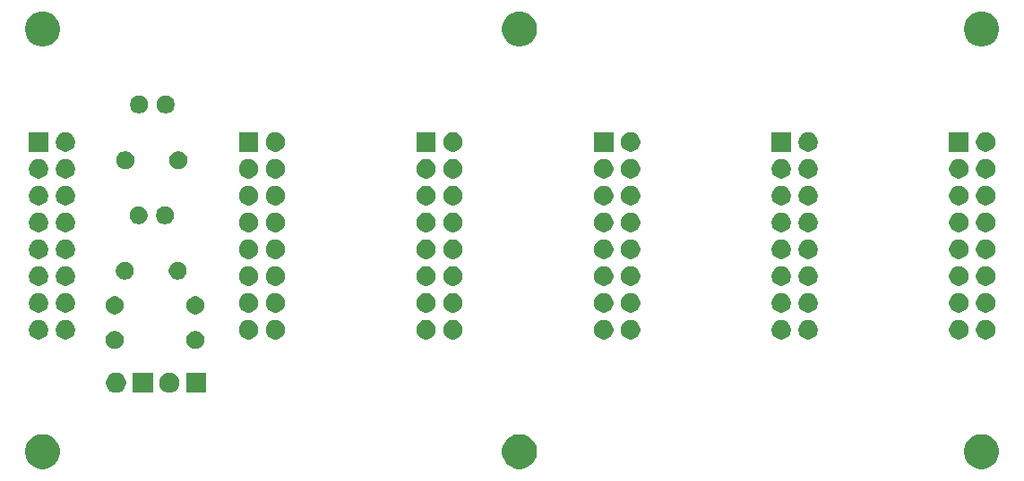
<source format=gbs>
G04 #@! TF.GenerationSoftware,KiCad,Pcbnew,(5.1.5-0-10_14)*
G04 #@! TF.CreationDate,2020-07-12T13:30:34-04:00*
G04 #@! TF.ProjectId,AYOMSM - Power Supply Daughter Board,41594f4d-534d-4202-9d20-506f77657220,rev?*
G04 #@! TF.SameCoordinates,Original*
G04 #@! TF.FileFunction,Soldermask,Bot*
G04 #@! TF.FilePolarity,Negative*
%FSLAX46Y46*%
G04 Gerber Fmt 4.6, Leading zero omitted, Abs format (unit mm)*
G04 Created by KiCad (PCBNEW (5.1.5-0-10_14)) date 2020-07-12 13:30:34*
%MOMM*%
%LPD*%
G04 APERTURE LIST*
%ADD10C,0.100000*%
G04 APERTURE END LIST*
D10*
G36*
X202533856Y-96443098D02*
G01*
X202640179Y-96464247D01*
X202940642Y-96588703D01*
X203211051Y-96769385D01*
X203441015Y-96999349D01*
X203621697Y-97269758D01*
X203746153Y-97570221D01*
X203809600Y-97889191D01*
X203809600Y-98214409D01*
X203746153Y-98533379D01*
X203621697Y-98833842D01*
X203441015Y-99104251D01*
X203211051Y-99334215D01*
X202940642Y-99514897D01*
X202640179Y-99639353D01*
X202533856Y-99660502D01*
X202321211Y-99702800D01*
X201995989Y-99702800D01*
X201783344Y-99660502D01*
X201677021Y-99639353D01*
X201376558Y-99514897D01*
X201106149Y-99334215D01*
X200876185Y-99104251D01*
X200695503Y-98833842D01*
X200571047Y-98533379D01*
X200507600Y-98214409D01*
X200507600Y-97889191D01*
X200571047Y-97570221D01*
X200695503Y-97269758D01*
X200876185Y-96999349D01*
X201106149Y-96769385D01*
X201376558Y-96588703D01*
X201677021Y-96464247D01*
X201783344Y-96443098D01*
X201995989Y-96400800D01*
X202321211Y-96400800D01*
X202533856Y-96443098D01*
G37*
G36*
X158875256Y-96443098D02*
G01*
X158981579Y-96464247D01*
X159282042Y-96588703D01*
X159552451Y-96769385D01*
X159782415Y-96999349D01*
X159963097Y-97269758D01*
X160087553Y-97570221D01*
X160151000Y-97889191D01*
X160151000Y-98214409D01*
X160087553Y-98533379D01*
X159963097Y-98833842D01*
X159782415Y-99104251D01*
X159552451Y-99334215D01*
X159282042Y-99514897D01*
X158981579Y-99639353D01*
X158875256Y-99660502D01*
X158662611Y-99702800D01*
X158337389Y-99702800D01*
X158124744Y-99660502D01*
X158018421Y-99639353D01*
X157717958Y-99514897D01*
X157447549Y-99334215D01*
X157217585Y-99104251D01*
X157036903Y-98833842D01*
X156912447Y-98533379D01*
X156849000Y-98214409D01*
X156849000Y-97889191D01*
X156912447Y-97570221D01*
X157036903Y-97269758D01*
X157217585Y-96999349D01*
X157447549Y-96769385D01*
X157717958Y-96588703D01*
X158018421Y-96464247D01*
X158124744Y-96443098D01*
X158337389Y-96400800D01*
X158662611Y-96400800D01*
X158875256Y-96443098D01*
G37*
G36*
X113790556Y-96443098D02*
G01*
X113896879Y-96464247D01*
X114197342Y-96588703D01*
X114467751Y-96769385D01*
X114697715Y-96999349D01*
X114878397Y-97269758D01*
X115002853Y-97570221D01*
X115066300Y-97889191D01*
X115066300Y-98214409D01*
X115002853Y-98533379D01*
X114878397Y-98833842D01*
X114697715Y-99104251D01*
X114467751Y-99334215D01*
X114197342Y-99514897D01*
X113896879Y-99639353D01*
X113790556Y-99660502D01*
X113577911Y-99702800D01*
X113252689Y-99702800D01*
X113040044Y-99660502D01*
X112933721Y-99639353D01*
X112633258Y-99514897D01*
X112362849Y-99334215D01*
X112132885Y-99104251D01*
X111952203Y-98833842D01*
X111827747Y-98533379D01*
X111764300Y-98214409D01*
X111764300Y-97889191D01*
X111827747Y-97570221D01*
X111952203Y-97269758D01*
X112132885Y-96999349D01*
X112362849Y-96769385D01*
X112633258Y-96588703D01*
X112933721Y-96464247D01*
X113040044Y-96443098D01*
X113252689Y-96400800D01*
X113577911Y-96400800D01*
X113790556Y-96443098D01*
G37*
G36*
X120647995Y-90627146D02*
G01*
X120821066Y-90698834D01*
X120821067Y-90698835D01*
X120976827Y-90802910D01*
X121109290Y-90935373D01*
X121109291Y-90935375D01*
X121213366Y-91091134D01*
X121285054Y-91264205D01*
X121321600Y-91447933D01*
X121321600Y-91635267D01*
X121285054Y-91818995D01*
X121213366Y-91992066D01*
X121213365Y-91992067D01*
X121109290Y-92147827D01*
X120976827Y-92280290D01*
X120898418Y-92332681D01*
X120821066Y-92384366D01*
X120647995Y-92456054D01*
X120464267Y-92492600D01*
X120276933Y-92492600D01*
X120093205Y-92456054D01*
X119920134Y-92384366D01*
X119842782Y-92332681D01*
X119764373Y-92280290D01*
X119631910Y-92147827D01*
X119527835Y-91992067D01*
X119527834Y-91992066D01*
X119456146Y-91818995D01*
X119419600Y-91635267D01*
X119419600Y-91447933D01*
X119456146Y-91264205D01*
X119527834Y-91091134D01*
X119631909Y-90935375D01*
X119631910Y-90935373D01*
X119764373Y-90802910D01*
X119920133Y-90698835D01*
X119920134Y-90698834D01*
X120093205Y-90627146D01*
X120276933Y-90590600D01*
X120464267Y-90590600D01*
X120647995Y-90627146D01*
G37*
G36*
X125702595Y-90627146D02*
G01*
X125875666Y-90698834D01*
X125875667Y-90698835D01*
X126031427Y-90802910D01*
X126163890Y-90935373D01*
X126163891Y-90935375D01*
X126267966Y-91091134D01*
X126339654Y-91264205D01*
X126376200Y-91447933D01*
X126376200Y-91635267D01*
X126339654Y-91818995D01*
X126267966Y-91992066D01*
X126267965Y-91992067D01*
X126163890Y-92147827D01*
X126031427Y-92280290D01*
X125953018Y-92332681D01*
X125875666Y-92384366D01*
X125702595Y-92456054D01*
X125518867Y-92492600D01*
X125331533Y-92492600D01*
X125147805Y-92456054D01*
X124974734Y-92384366D01*
X124897382Y-92332681D01*
X124818973Y-92280290D01*
X124686510Y-92147827D01*
X124582435Y-91992067D01*
X124582434Y-91992066D01*
X124510746Y-91818995D01*
X124474200Y-91635267D01*
X124474200Y-91447933D01*
X124510746Y-91264205D01*
X124582434Y-91091134D01*
X124686509Y-90935375D01*
X124686510Y-90935373D01*
X124818973Y-90802910D01*
X124974733Y-90698835D01*
X124974734Y-90698834D01*
X125147805Y-90627146D01*
X125331533Y-90590600D01*
X125518867Y-90590600D01*
X125702595Y-90627146D01*
G37*
G36*
X128916200Y-92492600D02*
G01*
X127014200Y-92492600D01*
X127014200Y-90590600D01*
X128916200Y-90590600D01*
X128916200Y-92492600D01*
G37*
G36*
X123861600Y-92492600D02*
G01*
X121959600Y-92492600D01*
X121959600Y-90590600D01*
X123861600Y-90590600D01*
X123861600Y-92492600D01*
G37*
G36*
X128111828Y-86659303D02*
G01*
X128266700Y-86723453D01*
X128406081Y-86816585D01*
X128524615Y-86935119D01*
X128617747Y-87074500D01*
X128681897Y-87229372D01*
X128714600Y-87393784D01*
X128714600Y-87561416D01*
X128681897Y-87725828D01*
X128617747Y-87880700D01*
X128524615Y-88020081D01*
X128406081Y-88138615D01*
X128266700Y-88231747D01*
X128111828Y-88295897D01*
X127947416Y-88328600D01*
X127779784Y-88328600D01*
X127615372Y-88295897D01*
X127460500Y-88231747D01*
X127321119Y-88138615D01*
X127202585Y-88020081D01*
X127109453Y-87880700D01*
X127045303Y-87725828D01*
X127012600Y-87561416D01*
X127012600Y-87393784D01*
X127045303Y-87229372D01*
X127109453Y-87074500D01*
X127202585Y-86935119D01*
X127321119Y-86816585D01*
X127460500Y-86723453D01*
X127615372Y-86659303D01*
X127779784Y-86626600D01*
X127947416Y-86626600D01*
X128111828Y-86659303D01*
G37*
G36*
X120491828Y-86659303D02*
G01*
X120646700Y-86723453D01*
X120786081Y-86816585D01*
X120904615Y-86935119D01*
X120997747Y-87074500D01*
X121061897Y-87229372D01*
X121094600Y-87393784D01*
X121094600Y-87561416D01*
X121061897Y-87725828D01*
X120997747Y-87880700D01*
X120904615Y-88020081D01*
X120786081Y-88138615D01*
X120646700Y-88231747D01*
X120491828Y-88295897D01*
X120327416Y-88328600D01*
X120159784Y-88328600D01*
X119995372Y-88295897D01*
X119840500Y-88231747D01*
X119701119Y-88138615D01*
X119582585Y-88020081D01*
X119489453Y-87880700D01*
X119425303Y-87725828D01*
X119392600Y-87561416D01*
X119392600Y-87393784D01*
X119425303Y-87229372D01*
X119489453Y-87074500D01*
X119582585Y-86935119D01*
X119701119Y-86816585D01*
X119840500Y-86723453D01*
X119995372Y-86659303D01*
X120159784Y-86626600D01*
X120327416Y-86626600D01*
X120491828Y-86659303D01*
G37*
G36*
X166725678Y-85632947D02*
G01*
X166892124Y-85701891D01*
X167041922Y-85801983D01*
X167169317Y-85929378D01*
X167269409Y-86079176D01*
X167338353Y-86245622D01*
X167373500Y-86422318D01*
X167373500Y-86602482D01*
X167338353Y-86779178D01*
X167269409Y-86945624D01*
X167169317Y-87095422D01*
X167041922Y-87222817D01*
X166892124Y-87322909D01*
X166725678Y-87391853D01*
X166548982Y-87427000D01*
X166368818Y-87427000D01*
X166192122Y-87391853D01*
X166025676Y-87322909D01*
X165875878Y-87222817D01*
X165748483Y-87095422D01*
X165648391Y-86945624D01*
X165579447Y-86779178D01*
X165544300Y-86602482D01*
X165544300Y-86422318D01*
X165579447Y-86245622D01*
X165648391Y-86079176D01*
X165748483Y-85929378D01*
X165875878Y-85801983D01*
X166025676Y-85701891D01*
X166192122Y-85632947D01*
X166368818Y-85597800D01*
X166548982Y-85597800D01*
X166725678Y-85632947D01*
G37*
G36*
X152482628Y-85632947D02*
G01*
X152649074Y-85701891D01*
X152798872Y-85801983D01*
X152926267Y-85929378D01*
X153026359Y-86079176D01*
X153095303Y-86245622D01*
X153130450Y-86422318D01*
X153130450Y-86602482D01*
X153095303Y-86779178D01*
X153026359Y-86945624D01*
X152926267Y-87095422D01*
X152798872Y-87222817D01*
X152649074Y-87322909D01*
X152482628Y-87391853D01*
X152305932Y-87427000D01*
X152125768Y-87427000D01*
X151949072Y-87391853D01*
X151782626Y-87322909D01*
X151632828Y-87222817D01*
X151505433Y-87095422D01*
X151405341Y-86945624D01*
X151336397Y-86779178D01*
X151301250Y-86602482D01*
X151301250Y-86422318D01*
X151336397Y-86245622D01*
X151405341Y-86079176D01*
X151505433Y-85929378D01*
X151632828Y-85801983D01*
X151782626Y-85701891D01*
X151949072Y-85632947D01*
X152125768Y-85597800D01*
X152305932Y-85597800D01*
X152482628Y-85632947D01*
G37*
G36*
X149942628Y-85632947D02*
G01*
X150109074Y-85701891D01*
X150258872Y-85801983D01*
X150386267Y-85929378D01*
X150486359Y-86079176D01*
X150555303Y-86245622D01*
X150590450Y-86422318D01*
X150590450Y-86602482D01*
X150555303Y-86779178D01*
X150486359Y-86945624D01*
X150386267Y-87095422D01*
X150258872Y-87222817D01*
X150109074Y-87322909D01*
X149942628Y-87391853D01*
X149765932Y-87427000D01*
X149585768Y-87427000D01*
X149409072Y-87391853D01*
X149242626Y-87322909D01*
X149092828Y-87222817D01*
X148965433Y-87095422D01*
X148865341Y-86945624D01*
X148796397Y-86779178D01*
X148761250Y-86602482D01*
X148761250Y-86422318D01*
X148796397Y-86245622D01*
X148865341Y-86079176D01*
X148965433Y-85929378D01*
X149092828Y-85801983D01*
X149242626Y-85701891D01*
X149409072Y-85632947D01*
X149585768Y-85597800D01*
X149765932Y-85597800D01*
X149942628Y-85632947D01*
G37*
G36*
X135699578Y-85632947D02*
G01*
X135866024Y-85701891D01*
X136015822Y-85801983D01*
X136143217Y-85929378D01*
X136243309Y-86079176D01*
X136312253Y-86245622D01*
X136347400Y-86422318D01*
X136347400Y-86602482D01*
X136312253Y-86779178D01*
X136243309Y-86945624D01*
X136143217Y-87095422D01*
X136015822Y-87222817D01*
X135866024Y-87322909D01*
X135699578Y-87391853D01*
X135522882Y-87427000D01*
X135342718Y-87427000D01*
X135166022Y-87391853D01*
X134999576Y-87322909D01*
X134849778Y-87222817D01*
X134722383Y-87095422D01*
X134622291Y-86945624D01*
X134553347Y-86779178D01*
X134518200Y-86602482D01*
X134518200Y-86422318D01*
X134553347Y-86245622D01*
X134622291Y-86079176D01*
X134722383Y-85929378D01*
X134849778Y-85801983D01*
X134999576Y-85701891D01*
X135166022Y-85632947D01*
X135342718Y-85597800D01*
X135522882Y-85597800D01*
X135699578Y-85632947D01*
G37*
G36*
X133159578Y-85632947D02*
G01*
X133326024Y-85701891D01*
X133475822Y-85801983D01*
X133603217Y-85929378D01*
X133703309Y-86079176D01*
X133772253Y-86245622D01*
X133807400Y-86422318D01*
X133807400Y-86602482D01*
X133772253Y-86779178D01*
X133703309Y-86945624D01*
X133603217Y-87095422D01*
X133475822Y-87222817D01*
X133326024Y-87322909D01*
X133159578Y-87391853D01*
X132982882Y-87427000D01*
X132802718Y-87427000D01*
X132626022Y-87391853D01*
X132459576Y-87322909D01*
X132309778Y-87222817D01*
X132182383Y-87095422D01*
X132082291Y-86945624D01*
X132013347Y-86779178D01*
X131978200Y-86602482D01*
X131978200Y-86422318D01*
X132013347Y-86245622D01*
X132082291Y-86079176D01*
X132182383Y-85929378D01*
X132309778Y-85801983D01*
X132459576Y-85701891D01*
X132626022Y-85632947D01*
X132802718Y-85597800D01*
X132982882Y-85597800D01*
X133159578Y-85632947D01*
G37*
G36*
X115862178Y-85632947D02*
G01*
X116028624Y-85701891D01*
X116178422Y-85801983D01*
X116305817Y-85929378D01*
X116405909Y-86079176D01*
X116474853Y-86245622D01*
X116510000Y-86422318D01*
X116510000Y-86602482D01*
X116474853Y-86779178D01*
X116405909Y-86945624D01*
X116305817Y-87095422D01*
X116178422Y-87222817D01*
X116028624Y-87322909D01*
X115862178Y-87391853D01*
X115685482Y-87427000D01*
X115505318Y-87427000D01*
X115328622Y-87391853D01*
X115162176Y-87322909D01*
X115012378Y-87222817D01*
X114884983Y-87095422D01*
X114784891Y-86945624D01*
X114715947Y-86779178D01*
X114680800Y-86602482D01*
X114680800Y-86422318D01*
X114715947Y-86245622D01*
X114784891Y-86079176D01*
X114884983Y-85929378D01*
X115012378Y-85801983D01*
X115162176Y-85701891D01*
X115328622Y-85632947D01*
X115505318Y-85597800D01*
X115685482Y-85597800D01*
X115862178Y-85632947D01*
G37*
G36*
X113322178Y-85632947D02*
G01*
X113488624Y-85701891D01*
X113638422Y-85801983D01*
X113765817Y-85929378D01*
X113865909Y-86079176D01*
X113934853Y-86245622D01*
X113970000Y-86422318D01*
X113970000Y-86602482D01*
X113934853Y-86779178D01*
X113865909Y-86945624D01*
X113765817Y-87095422D01*
X113638422Y-87222817D01*
X113488624Y-87322909D01*
X113322178Y-87391853D01*
X113145482Y-87427000D01*
X112965318Y-87427000D01*
X112788622Y-87391853D01*
X112622176Y-87322909D01*
X112472378Y-87222817D01*
X112344983Y-87095422D01*
X112244891Y-86945624D01*
X112175947Y-86779178D01*
X112140800Y-86602482D01*
X112140800Y-86422318D01*
X112175947Y-86245622D01*
X112244891Y-86079176D01*
X112344983Y-85929378D01*
X112472378Y-85801983D01*
X112622176Y-85701891D01*
X112788622Y-85632947D01*
X112965318Y-85597800D01*
X113145482Y-85597800D01*
X113322178Y-85632947D01*
G37*
G36*
X200291778Y-85632947D02*
G01*
X200458224Y-85701891D01*
X200608022Y-85801983D01*
X200735417Y-85929378D01*
X200835509Y-86079176D01*
X200904453Y-86245622D01*
X200939600Y-86422318D01*
X200939600Y-86602482D01*
X200904453Y-86779178D01*
X200835509Y-86945624D01*
X200735417Y-87095422D01*
X200608022Y-87222817D01*
X200458224Y-87322909D01*
X200291778Y-87391853D01*
X200115082Y-87427000D01*
X199934918Y-87427000D01*
X199758222Y-87391853D01*
X199591776Y-87322909D01*
X199441978Y-87222817D01*
X199314583Y-87095422D01*
X199214491Y-86945624D01*
X199145547Y-86779178D01*
X199110400Y-86602482D01*
X199110400Y-86422318D01*
X199145547Y-86245622D01*
X199214491Y-86079176D01*
X199314583Y-85929378D01*
X199441978Y-85801983D01*
X199591776Y-85701891D01*
X199758222Y-85632947D01*
X199934918Y-85597800D01*
X200115082Y-85597800D01*
X200291778Y-85632947D01*
G37*
G36*
X169265678Y-85632947D02*
G01*
X169432124Y-85701891D01*
X169581922Y-85801983D01*
X169709317Y-85929378D01*
X169809409Y-86079176D01*
X169878353Y-86245622D01*
X169913500Y-86422318D01*
X169913500Y-86602482D01*
X169878353Y-86779178D01*
X169809409Y-86945624D01*
X169709317Y-87095422D01*
X169581922Y-87222817D01*
X169432124Y-87322909D01*
X169265678Y-87391853D01*
X169088982Y-87427000D01*
X168908818Y-87427000D01*
X168732122Y-87391853D01*
X168565676Y-87322909D01*
X168415878Y-87222817D01*
X168288483Y-87095422D01*
X168188391Y-86945624D01*
X168119447Y-86779178D01*
X168084300Y-86602482D01*
X168084300Y-86422318D01*
X168119447Y-86245622D01*
X168188391Y-86079176D01*
X168288483Y-85929378D01*
X168415878Y-85801983D01*
X168565676Y-85701891D01*
X168732122Y-85632947D01*
X168908818Y-85597800D01*
X169088982Y-85597800D01*
X169265678Y-85632947D01*
G37*
G36*
X186048728Y-85632947D02*
G01*
X186215174Y-85701891D01*
X186364972Y-85801983D01*
X186492367Y-85929378D01*
X186592459Y-86079176D01*
X186661403Y-86245622D01*
X186696550Y-86422318D01*
X186696550Y-86602482D01*
X186661403Y-86779178D01*
X186592459Y-86945624D01*
X186492367Y-87095422D01*
X186364972Y-87222817D01*
X186215174Y-87322909D01*
X186048728Y-87391853D01*
X185872032Y-87427000D01*
X185691868Y-87427000D01*
X185515172Y-87391853D01*
X185348726Y-87322909D01*
X185198928Y-87222817D01*
X185071533Y-87095422D01*
X184971441Y-86945624D01*
X184902497Y-86779178D01*
X184867350Y-86602482D01*
X184867350Y-86422318D01*
X184902497Y-86245622D01*
X184971441Y-86079176D01*
X185071533Y-85929378D01*
X185198928Y-85801983D01*
X185348726Y-85701891D01*
X185515172Y-85632947D01*
X185691868Y-85597800D01*
X185872032Y-85597800D01*
X186048728Y-85632947D01*
G37*
G36*
X183508728Y-85632947D02*
G01*
X183675174Y-85701891D01*
X183824972Y-85801983D01*
X183952367Y-85929378D01*
X184052459Y-86079176D01*
X184121403Y-86245622D01*
X184156550Y-86422318D01*
X184156550Y-86602482D01*
X184121403Y-86779178D01*
X184052459Y-86945624D01*
X183952367Y-87095422D01*
X183824972Y-87222817D01*
X183675174Y-87322909D01*
X183508728Y-87391853D01*
X183332032Y-87427000D01*
X183151868Y-87427000D01*
X182975172Y-87391853D01*
X182808726Y-87322909D01*
X182658928Y-87222817D01*
X182531533Y-87095422D01*
X182431441Y-86945624D01*
X182362497Y-86779178D01*
X182327350Y-86602482D01*
X182327350Y-86422318D01*
X182362497Y-86245622D01*
X182431441Y-86079176D01*
X182531533Y-85929378D01*
X182658928Y-85801983D01*
X182808726Y-85701891D01*
X182975172Y-85632947D01*
X183151868Y-85597800D01*
X183332032Y-85597800D01*
X183508728Y-85632947D01*
G37*
G36*
X202831778Y-85632947D02*
G01*
X202998224Y-85701891D01*
X203148022Y-85801983D01*
X203275417Y-85929378D01*
X203375509Y-86079176D01*
X203444453Y-86245622D01*
X203479600Y-86422318D01*
X203479600Y-86602482D01*
X203444453Y-86779178D01*
X203375509Y-86945624D01*
X203275417Y-87095422D01*
X203148022Y-87222817D01*
X202998224Y-87322909D01*
X202831778Y-87391853D01*
X202655082Y-87427000D01*
X202474918Y-87427000D01*
X202298222Y-87391853D01*
X202131776Y-87322909D01*
X201981978Y-87222817D01*
X201854583Y-87095422D01*
X201754491Y-86945624D01*
X201685547Y-86779178D01*
X201650400Y-86602482D01*
X201650400Y-86422318D01*
X201685547Y-86245622D01*
X201754491Y-86079176D01*
X201854583Y-85929378D01*
X201981978Y-85801983D01*
X202131776Y-85701891D01*
X202298222Y-85632947D01*
X202474918Y-85597800D01*
X202655082Y-85597800D01*
X202831778Y-85632947D01*
G37*
G36*
X128111828Y-83382703D02*
G01*
X128266700Y-83446853D01*
X128406081Y-83539985D01*
X128524615Y-83658519D01*
X128617747Y-83797900D01*
X128681897Y-83952772D01*
X128714600Y-84117184D01*
X128714600Y-84284816D01*
X128681897Y-84449228D01*
X128617747Y-84604100D01*
X128524615Y-84743481D01*
X128406081Y-84862015D01*
X128266700Y-84955147D01*
X128111828Y-85019297D01*
X127947416Y-85052000D01*
X127779784Y-85052000D01*
X127615372Y-85019297D01*
X127460500Y-84955147D01*
X127321119Y-84862015D01*
X127202585Y-84743481D01*
X127109453Y-84604100D01*
X127045303Y-84449228D01*
X127012600Y-84284816D01*
X127012600Y-84117184D01*
X127045303Y-83952772D01*
X127109453Y-83797900D01*
X127202585Y-83658519D01*
X127321119Y-83539985D01*
X127460500Y-83446853D01*
X127615372Y-83382703D01*
X127779784Y-83350000D01*
X127947416Y-83350000D01*
X128111828Y-83382703D01*
G37*
G36*
X120491828Y-83382703D02*
G01*
X120646700Y-83446853D01*
X120786081Y-83539985D01*
X120904615Y-83658519D01*
X120997747Y-83797900D01*
X121061897Y-83952772D01*
X121094600Y-84117184D01*
X121094600Y-84284816D01*
X121061897Y-84449228D01*
X120997747Y-84604100D01*
X120904615Y-84743481D01*
X120786081Y-84862015D01*
X120646700Y-84955147D01*
X120491828Y-85019297D01*
X120327416Y-85052000D01*
X120159784Y-85052000D01*
X119995372Y-85019297D01*
X119840500Y-84955147D01*
X119701119Y-84862015D01*
X119582585Y-84743481D01*
X119489453Y-84604100D01*
X119425303Y-84449228D01*
X119392600Y-84284816D01*
X119392600Y-84117184D01*
X119425303Y-83952772D01*
X119489453Y-83797900D01*
X119582585Y-83658519D01*
X119701119Y-83539985D01*
X119840500Y-83446853D01*
X119995372Y-83382703D01*
X120159784Y-83350000D01*
X120327416Y-83350000D01*
X120491828Y-83382703D01*
G37*
G36*
X200291778Y-83092947D02*
G01*
X200458224Y-83161891D01*
X200608022Y-83261983D01*
X200735417Y-83389378D01*
X200835509Y-83539176D01*
X200904453Y-83705622D01*
X200939600Y-83882318D01*
X200939600Y-84062482D01*
X200904453Y-84239178D01*
X200835509Y-84405624D01*
X200735417Y-84555422D01*
X200608022Y-84682817D01*
X200458224Y-84782909D01*
X200291778Y-84851853D01*
X200115082Y-84887000D01*
X199934918Y-84887000D01*
X199758222Y-84851853D01*
X199591776Y-84782909D01*
X199441978Y-84682817D01*
X199314583Y-84555422D01*
X199214491Y-84405624D01*
X199145547Y-84239178D01*
X199110400Y-84062482D01*
X199110400Y-83882318D01*
X199145547Y-83705622D01*
X199214491Y-83539176D01*
X199314583Y-83389378D01*
X199441978Y-83261983D01*
X199591776Y-83161891D01*
X199758222Y-83092947D01*
X199934918Y-83057800D01*
X200115082Y-83057800D01*
X200291778Y-83092947D01*
G37*
G36*
X202831778Y-83092947D02*
G01*
X202998224Y-83161891D01*
X203148022Y-83261983D01*
X203275417Y-83389378D01*
X203375509Y-83539176D01*
X203444453Y-83705622D01*
X203479600Y-83882318D01*
X203479600Y-84062482D01*
X203444453Y-84239178D01*
X203375509Y-84405624D01*
X203275417Y-84555422D01*
X203148022Y-84682817D01*
X202998224Y-84782909D01*
X202831778Y-84851853D01*
X202655082Y-84887000D01*
X202474918Y-84887000D01*
X202298222Y-84851853D01*
X202131776Y-84782909D01*
X201981978Y-84682817D01*
X201854583Y-84555422D01*
X201754491Y-84405624D01*
X201685547Y-84239178D01*
X201650400Y-84062482D01*
X201650400Y-83882318D01*
X201685547Y-83705622D01*
X201754491Y-83539176D01*
X201854583Y-83389378D01*
X201981978Y-83261983D01*
X202131776Y-83161891D01*
X202298222Y-83092947D01*
X202474918Y-83057800D01*
X202655082Y-83057800D01*
X202831778Y-83092947D01*
G37*
G36*
X186048728Y-83092947D02*
G01*
X186215174Y-83161891D01*
X186364972Y-83261983D01*
X186492367Y-83389378D01*
X186592459Y-83539176D01*
X186661403Y-83705622D01*
X186696550Y-83882318D01*
X186696550Y-84062482D01*
X186661403Y-84239178D01*
X186592459Y-84405624D01*
X186492367Y-84555422D01*
X186364972Y-84682817D01*
X186215174Y-84782909D01*
X186048728Y-84851853D01*
X185872032Y-84887000D01*
X185691868Y-84887000D01*
X185515172Y-84851853D01*
X185348726Y-84782909D01*
X185198928Y-84682817D01*
X185071533Y-84555422D01*
X184971441Y-84405624D01*
X184902497Y-84239178D01*
X184867350Y-84062482D01*
X184867350Y-83882318D01*
X184902497Y-83705622D01*
X184971441Y-83539176D01*
X185071533Y-83389378D01*
X185198928Y-83261983D01*
X185348726Y-83161891D01*
X185515172Y-83092947D01*
X185691868Y-83057800D01*
X185872032Y-83057800D01*
X186048728Y-83092947D01*
G37*
G36*
X183508728Y-83092947D02*
G01*
X183675174Y-83161891D01*
X183824972Y-83261983D01*
X183952367Y-83389378D01*
X184052459Y-83539176D01*
X184121403Y-83705622D01*
X184156550Y-83882318D01*
X184156550Y-84062482D01*
X184121403Y-84239178D01*
X184052459Y-84405624D01*
X183952367Y-84555422D01*
X183824972Y-84682817D01*
X183675174Y-84782909D01*
X183508728Y-84851853D01*
X183332032Y-84887000D01*
X183151868Y-84887000D01*
X182975172Y-84851853D01*
X182808726Y-84782909D01*
X182658928Y-84682817D01*
X182531533Y-84555422D01*
X182431441Y-84405624D01*
X182362497Y-84239178D01*
X182327350Y-84062482D01*
X182327350Y-83882318D01*
X182362497Y-83705622D01*
X182431441Y-83539176D01*
X182531533Y-83389378D01*
X182658928Y-83261983D01*
X182808726Y-83161891D01*
X182975172Y-83092947D01*
X183151868Y-83057800D01*
X183332032Y-83057800D01*
X183508728Y-83092947D01*
G37*
G36*
X149942628Y-83092947D02*
G01*
X150109074Y-83161891D01*
X150258872Y-83261983D01*
X150386267Y-83389378D01*
X150486359Y-83539176D01*
X150555303Y-83705622D01*
X150590450Y-83882318D01*
X150590450Y-84062482D01*
X150555303Y-84239178D01*
X150486359Y-84405624D01*
X150386267Y-84555422D01*
X150258872Y-84682817D01*
X150109074Y-84782909D01*
X149942628Y-84851853D01*
X149765932Y-84887000D01*
X149585768Y-84887000D01*
X149409072Y-84851853D01*
X149242626Y-84782909D01*
X149092828Y-84682817D01*
X148965433Y-84555422D01*
X148865341Y-84405624D01*
X148796397Y-84239178D01*
X148761250Y-84062482D01*
X148761250Y-83882318D01*
X148796397Y-83705622D01*
X148865341Y-83539176D01*
X148965433Y-83389378D01*
X149092828Y-83261983D01*
X149242626Y-83161891D01*
X149409072Y-83092947D01*
X149585768Y-83057800D01*
X149765932Y-83057800D01*
X149942628Y-83092947D01*
G37*
G36*
X152482628Y-83092947D02*
G01*
X152649074Y-83161891D01*
X152798872Y-83261983D01*
X152926267Y-83389378D01*
X153026359Y-83539176D01*
X153095303Y-83705622D01*
X153130450Y-83882318D01*
X153130450Y-84062482D01*
X153095303Y-84239178D01*
X153026359Y-84405624D01*
X152926267Y-84555422D01*
X152798872Y-84682817D01*
X152649074Y-84782909D01*
X152482628Y-84851853D01*
X152305932Y-84887000D01*
X152125768Y-84887000D01*
X151949072Y-84851853D01*
X151782626Y-84782909D01*
X151632828Y-84682817D01*
X151505433Y-84555422D01*
X151405341Y-84405624D01*
X151336397Y-84239178D01*
X151301250Y-84062482D01*
X151301250Y-83882318D01*
X151336397Y-83705622D01*
X151405341Y-83539176D01*
X151505433Y-83389378D01*
X151632828Y-83261983D01*
X151782626Y-83161891D01*
X151949072Y-83092947D01*
X152125768Y-83057800D01*
X152305932Y-83057800D01*
X152482628Y-83092947D01*
G37*
G36*
X133159578Y-83092947D02*
G01*
X133326024Y-83161891D01*
X133475822Y-83261983D01*
X133603217Y-83389378D01*
X133703309Y-83539176D01*
X133772253Y-83705622D01*
X133807400Y-83882318D01*
X133807400Y-84062482D01*
X133772253Y-84239178D01*
X133703309Y-84405624D01*
X133603217Y-84555422D01*
X133475822Y-84682817D01*
X133326024Y-84782909D01*
X133159578Y-84851853D01*
X132982882Y-84887000D01*
X132802718Y-84887000D01*
X132626022Y-84851853D01*
X132459576Y-84782909D01*
X132309778Y-84682817D01*
X132182383Y-84555422D01*
X132082291Y-84405624D01*
X132013347Y-84239178D01*
X131978200Y-84062482D01*
X131978200Y-83882318D01*
X132013347Y-83705622D01*
X132082291Y-83539176D01*
X132182383Y-83389378D01*
X132309778Y-83261983D01*
X132459576Y-83161891D01*
X132626022Y-83092947D01*
X132802718Y-83057800D01*
X132982882Y-83057800D01*
X133159578Y-83092947D01*
G37*
G36*
X135699578Y-83092947D02*
G01*
X135866024Y-83161891D01*
X136015822Y-83261983D01*
X136143217Y-83389378D01*
X136243309Y-83539176D01*
X136312253Y-83705622D01*
X136347400Y-83882318D01*
X136347400Y-84062482D01*
X136312253Y-84239178D01*
X136243309Y-84405624D01*
X136143217Y-84555422D01*
X136015822Y-84682817D01*
X135866024Y-84782909D01*
X135699578Y-84851853D01*
X135522882Y-84887000D01*
X135342718Y-84887000D01*
X135166022Y-84851853D01*
X134999576Y-84782909D01*
X134849778Y-84682817D01*
X134722383Y-84555422D01*
X134622291Y-84405624D01*
X134553347Y-84239178D01*
X134518200Y-84062482D01*
X134518200Y-83882318D01*
X134553347Y-83705622D01*
X134622291Y-83539176D01*
X134722383Y-83389378D01*
X134849778Y-83261983D01*
X134999576Y-83161891D01*
X135166022Y-83092947D01*
X135342718Y-83057800D01*
X135522882Y-83057800D01*
X135699578Y-83092947D01*
G37*
G36*
X115862178Y-83092947D02*
G01*
X116028624Y-83161891D01*
X116178422Y-83261983D01*
X116305817Y-83389378D01*
X116405909Y-83539176D01*
X116474853Y-83705622D01*
X116510000Y-83882318D01*
X116510000Y-84062482D01*
X116474853Y-84239178D01*
X116405909Y-84405624D01*
X116305817Y-84555422D01*
X116178422Y-84682817D01*
X116028624Y-84782909D01*
X115862178Y-84851853D01*
X115685482Y-84887000D01*
X115505318Y-84887000D01*
X115328622Y-84851853D01*
X115162176Y-84782909D01*
X115012378Y-84682817D01*
X114884983Y-84555422D01*
X114784891Y-84405624D01*
X114715947Y-84239178D01*
X114680800Y-84062482D01*
X114680800Y-83882318D01*
X114715947Y-83705622D01*
X114784891Y-83539176D01*
X114884983Y-83389378D01*
X115012378Y-83261983D01*
X115162176Y-83161891D01*
X115328622Y-83092947D01*
X115505318Y-83057800D01*
X115685482Y-83057800D01*
X115862178Y-83092947D01*
G37*
G36*
X113322178Y-83092947D02*
G01*
X113488624Y-83161891D01*
X113638422Y-83261983D01*
X113765817Y-83389378D01*
X113865909Y-83539176D01*
X113934853Y-83705622D01*
X113970000Y-83882318D01*
X113970000Y-84062482D01*
X113934853Y-84239178D01*
X113865909Y-84405624D01*
X113765817Y-84555422D01*
X113638422Y-84682817D01*
X113488624Y-84782909D01*
X113322178Y-84851853D01*
X113145482Y-84887000D01*
X112965318Y-84887000D01*
X112788622Y-84851853D01*
X112622176Y-84782909D01*
X112472378Y-84682817D01*
X112344983Y-84555422D01*
X112244891Y-84405624D01*
X112175947Y-84239178D01*
X112140800Y-84062482D01*
X112140800Y-83882318D01*
X112175947Y-83705622D01*
X112244891Y-83539176D01*
X112344983Y-83389378D01*
X112472378Y-83261983D01*
X112622176Y-83161891D01*
X112788622Y-83092947D01*
X112965318Y-83057800D01*
X113145482Y-83057800D01*
X113322178Y-83092947D01*
G37*
G36*
X166725678Y-83092947D02*
G01*
X166892124Y-83161891D01*
X167041922Y-83261983D01*
X167169317Y-83389378D01*
X167269409Y-83539176D01*
X167338353Y-83705622D01*
X167373500Y-83882318D01*
X167373500Y-84062482D01*
X167338353Y-84239178D01*
X167269409Y-84405624D01*
X167169317Y-84555422D01*
X167041922Y-84682817D01*
X166892124Y-84782909D01*
X166725678Y-84851853D01*
X166548982Y-84887000D01*
X166368818Y-84887000D01*
X166192122Y-84851853D01*
X166025676Y-84782909D01*
X165875878Y-84682817D01*
X165748483Y-84555422D01*
X165648391Y-84405624D01*
X165579447Y-84239178D01*
X165544300Y-84062482D01*
X165544300Y-83882318D01*
X165579447Y-83705622D01*
X165648391Y-83539176D01*
X165748483Y-83389378D01*
X165875878Y-83261983D01*
X166025676Y-83161891D01*
X166192122Y-83092947D01*
X166368818Y-83057800D01*
X166548982Y-83057800D01*
X166725678Y-83092947D01*
G37*
G36*
X169265678Y-83092947D02*
G01*
X169432124Y-83161891D01*
X169581922Y-83261983D01*
X169709317Y-83389378D01*
X169809409Y-83539176D01*
X169878353Y-83705622D01*
X169913500Y-83882318D01*
X169913500Y-84062482D01*
X169878353Y-84239178D01*
X169809409Y-84405624D01*
X169709317Y-84555422D01*
X169581922Y-84682817D01*
X169432124Y-84782909D01*
X169265678Y-84851853D01*
X169088982Y-84887000D01*
X168908818Y-84887000D01*
X168732122Y-84851853D01*
X168565676Y-84782909D01*
X168415878Y-84682817D01*
X168288483Y-84555422D01*
X168188391Y-84405624D01*
X168119447Y-84239178D01*
X168084300Y-84062482D01*
X168084300Y-83882318D01*
X168119447Y-83705622D01*
X168188391Y-83539176D01*
X168288483Y-83389378D01*
X168415878Y-83261983D01*
X168565676Y-83161891D01*
X168732122Y-83092947D01*
X168908818Y-83057800D01*
X169088982Y-83057800D01*
X169265678Y-83092947D01*
G37*
G36*
X200291778Y-80552947D02*
G01*
X200458224Y-80621891D01*
X200608022Y-80721983D01*
X200735417Y-80849378D01*
X200835509Y-80999176D01*
X200904453Y-81165622D01*
X200939600Y-81342318D01*
X200939600Y-81522482D01*
X200904453Y-81699178D01*
X200835509Y-81865624D01*
X200735417Y-82015422D01*
X200608022Y-82142817D01*
X200458224Y-82242909D01*
X200291778Y-82311853D01*
X200115082Y-82347000D01*
X199934918Y-82347000D01*
X199758222Y-82311853D01*
X199591776Y-82242909D01*
X199441978Y-82142817D01*
X199314583Y-82015422D01*
X199214491Y-81865624D01*
X199145547Y-81699178D01*
X199110400Y-81522482D01*
X199110400Y-81342318D01*
X199145547Y-81165622D01*
X199214491Y-80999176D01*
X199314583Y-80849378D01*
X199441978Y-80721983D01*
X199591776Y-80621891D01*
X199758222Y-80552947D01*
X199934918Y-80517800D01*
X200115082Y-80517800D01*
X200291778Y-80552947D01*
G37*
G36*
X186048728Y-80552947D02*
G01*
X186215174Y-80621891D01*
X186364972Y-80721983D01*
X186492367Y-80849378D01*
X186592459Y-80999176D01*
X186661403Y-81165622D01*
X186696550Y-81342318D01*
X186696550Y-81522482D01*
X186661403Y-81699178D01*
X186592459Y-81865624D01*
X186492367Y-82015422D01*
X186364972Y-82142817D01*
X186215174Y-82242909D01*
X186048728Y-82311853D01*
X185872032Y-82347000D01*
X185691868Y-82347000D01*
X185515172Y-82311853D01*
X185348726Y-82242909D01*
X185198928Y-82142817D01*
X185071533Y-82015422D01*
X184971441Y-81865624D01*
X184902497Y-81699178D01*
X184867350Y-81522482D01*
X184867350Y-81342318D01*
X184902497Y-81165622D01*
X184971441Y-80999176D01*
X185071533Y-80849378D01*
X185198928Y-80721983D01*
X185348726Y-80621891D01*
X185515172Y-80552947D01*
X185691868Y-80517800D01*
X185872032Y-80517800D01*
X186048728Y-80552947D01*
G37*
G36*
X183508728Y-80552947D02*
G01*
X183675174Y-80621891D01*
X183824972Y-80721983D01*
X183952367Y-80849378D01*
X184052459Y-80999176D01*
X184121403Y-81165622D01*
X184156550Y-81342318D01*
X184156550Y-81522482D01*
X184121403Y-81699178D01*
X184052459Y-81865624D01*
X183952367Y-82015422D01*
X183824972Y-82142817D01*
X183675174Y-82242909D01*
X183508728Y-82311853D01*
X183332032Y-82347000D01*
X183151868Y-82347000D01*
X182975172Y-82311853D01*
X182808726Y-82242909D01*
X182658928Y-82142817D01*
X182531533Y-82015422D01*
X182431441Y-81865624D01*
X182362497Y-81699178D01*
X182327350Y-81522482D01*
X182327350Y-81342318D01*
X182362497Y-81165622D01*
X182431441Y-80999176D01*
X182531533Y-80849378D01*
X182658928Y-80721983D01*
X182808726Y-80621891D01*
X182975172Y-80552947D01*
X183151868Y-80517800D01*
X183332032Y-80517800D01*
X183508728Y-80552947D01*
G37*
G36*
X202831778Y-80552947D02*
G01*
X202998224Y-80621891D01*
X203148022Y-80721983D01*
X203275417Y-80849378D01*
X203375509Y-80999176D01*
X203444453Y-81165622D01*
X203479600Y-81342318D01*
X203479600Y-81522482D01*
X203444453Y-81699178D01*
X203375509Y-81865624D01*
X203275417Y-82015422D01*
X203148022Y-82142817D01*
X202998224Y-82242909D01*
X202831778Y-82311853D01*
X202655082Y-82347000D01*
X202474918Y-82347000D01*
X202298222Y-82311853D01*
X202131776Y-82242909D01*
X201981978Y-82142817D01*
X201854583Y-82015422D01*
X201754491Y-81865624D01*
X201685547Y-81699178D01*
X201650400Y-81522482D01*
X201650400Y-81342318D01*
X201685547Y-81165622D01*
X201754491Y-80999176D01*
X201854583Y-80849378D01*
X201981978Y-80721983D01*
X202131776Y-80621891D01*
X202298222Y-80552947D01*
X202474918Y-80517800D01*
X202655082Y-80517800D01*
X202831778Y-80552947D01*
G37*
G36*
X113322178Y-80552947D02*
G01*
X113488624Y-80621891D01*
X113638422Y-80721983D01*
X113765817Y-80849378D01*
X113865909Y-80999176D01*
X113934853Y-81165622D01*
X113970000Y-81342318D01*
X113970000Y-81522482D01*
X113934853Y-81699178D01*
X113865909Y-81865624D01*
X113765817Y-82015422D01*
X113638422Y-82142817D01*
X113488624Y-82242909D01*
X113322178Y-82311853D01*
X113145482Y-82347000D01*
X112965318Y-82347000D01*
X112788622Y-82311853D01*
X112622176Y-82242909D01*
X112472378Y-82142817D01*
X112344983Y-82015422D01*
X112244891Y-81865624D01*
X112175947Y-81699178D01*
X112140800Y-81522482D01*
X112140800Y-81342318D01*
X112175947Y-81165622D01*
X112244891Y-80999176D01*
X112344983Y-80849378D01*
X112472378Y-80721983D01*
X112622176Y-80621891D01*
X112788622Y-80552947D01*
X112965318Y-80517800D01*
X113145482Y-80517800D01*
X113322178Y-80552947D01*
G37*
G36*
X169265678Y-80552947D02*
G01*
X169432124Y-80621891D01*
X169581922Y-80721983D01*
X169709317Y-80849378D01*
X169809409Y-80999176D01*
X169878353Y-81165622D01*
X169913500Y-81342318D01*
X169913500Y-81522482D01*
X169878353Y-81699178D01*
X169809409Y-81865624D01*
X169709317Y-82015422D01*
X169581922Y-82142817D01*
X169432124Y-82242909D01*
X169265678Y-82311853D01*
X169088982Y-82347000D01*
X168908818Y-82347000D01*
X168732122Y-82311853D01*
X168565676Y-82242909D01*
X168415878Y-82142817D01*
X168288483Y-82015422D01*
X168188391Y-81865624D01*
X168119447Y-81699178D01*
X168084300Y-81522482D01*
X168084300Y-81342318D01*
X168119447Y-81165622D01*
X168188391Y-80999176D01*
X168288483Y-80849378D01*
X168415878Y-80721983D01*
X168565676Y-80621891D01*
X168732122Y-80552947D01*
X168908818Y-80517800D01*
X169088982Y-80517800D01*
X169265678Y-80552947D01*
G37*
G36*
X166725678Y-80552947D02*
G01*
X166892124Y-80621891D01*
X167041922Y-80721983D01*
X167169317Y-80849378D01*
X167269409Y-80999176D01*
X167338353Y-81165622D01*
X167373500Y-81342318D01*
X167373500Y-81522482D01*
X167338353Y-81699178D01*
X167269409Y-81865624D01*
X167169317Y-82015422D01*
X167041922Y-82142817D01*
X166892124Y-82242909D01*
X166725678Y-82311853D01*
X166548982Y-82347000D01*
X166368818Y-82347000D01*
X166192122Y-82311853D01*
X166025676Y-82242909D01*
X165875878Y-82142817D01*
X165748483Y-82015422D01*
X165648391Y-81865624D01*
X165579447Y-81699178D01*
X165544300Y-81522482D01*
X165544300Y-81342318D01*
X165579447Y-81165622D01*
X165648391Y-80999176D01*
X165748483Y-80849378D01*
X165875878Y-80721983D01*
X166025676Y-80621891D01*
X166192122Y-80552947D01*
X166368818Y-80517800D01*
X166548982Y-80517800D01*
X166725678Y-80552947D01*
G37*
G36*
X149942628Y-80552947D02*
G01*
X150109074Y-80621891D01*
X150258872Y-80721983D01*
X150386267Y-80849378D01*
X150486359Y-80999176D01*
X150555303Y-81165622D01*
X150590450Y-81342318D01*
X150590450Y-81522482D01*
X150555303Y-81699178D01*
X150486359Y-81865624D01*
X150386267Y-82015422D01*
X150258872Y-82142817D01*
X150109074Y-82242909D01*
X149942628Y-82311853D01*
X149765932Y-82347000D01*
X149585768Y-82347000D01*
X149409072Y-82311853D01*
X149242626Y-82242909D01*
X149092828Y-82142817D01*
X148965433Y-82015422D01*
X148865341Y-81865624D01*
X148796397Y-81699178D01*
X148761250Y-81522482D01*
X148761250Y-81342318D01*
X148796397Y-81165622D01*
X148865341Y-80999176D01*
X148965433Y-80849378D01*
X149092828Y-80721983D01*
X149242626Y-80621891D01*
X149409072Y-80552947D01*
X149585768Y-80517800D01*
X149765932Y-80517800D01*
X149942628Y-80552947D01*
G37*
G36*
X152482628Y-80552947D02*
G01*
X152649074Y-80621891D01*
X152798872Y-80721983D01*
X152926267Y-80849378D01*
X153026359Y-80999176D01*
X153095303Y-81165622D01*
X153130450Y-81342318D01*
X153130450Y-81522482D01*
X153095303Y-81699178D01*
X153026359Y-81865624D01*
X152926267Y-82015422D01*
X152798872Y-82142817D01*
X152649074Y-82242909D01*
X152482628Y-82311853D01*
X152305932Y-82347000D01*
X152125768Y-82347000D01*
X151949072Y-82311853D01*
X151782626Y-82242909D01*
X151632828Y-82142817D01*
X151505433Y-82015422D01*
X151405341Y-81865624D01*
X151336397Y-81699178D01*
X151301250Y-81522482D01*
X151301250Y-81342318D01*
X151336397Y-81165622D01*
X151405341Y-80999176D01*
X151505433Y-80849378D01*
X151632828Y-80721983D01*
X151782626Y-80621891D01*
X151949072Y-80552947D01*
X152125768Y-80517800D01*
X152305932Y-80517800D01*
X152482628Y-80552947D01*
G37*
G36*
X115862178Y-80552947D02*
G01*
X116028624Y-80621891D01*
X116178422Y-80721983D01*
X116305817Y-80849378D01*
X116405909Y-80999176D01*
X116474853Y-81165622D01*
X116510000Y-81342318D01*
X116510000Y-81522482D01*
X116474853Y-81699178D01*
X116405909Y-81865624D01*
X116305817Y-82015422D01*
X116178422Y-82142817D01*
X116028624Y-82242909D01*
X115862178Y-82311853D01*
X115685482Y-82347000D01*
X115505318Y-82347000D01*
X115328622Y-82311853D01*
X115162176Y-82242909D01*
X115012378Y-82142817D01*
X114884983Y-82015422D01*
X114784891Y-81865624D01*
X114715947Y-81699178D01*
X114680800Y-81522482D01*
X114680800Y-81342318D01*
X114715947Y-81165622D01*
X114784891Y-80999176D01*
X114884983Y-80849378D01*
X115012378Y-80721983D01*
X115162176Y-80621891D01*
X115328622Y-80552947D01*
X115505318Y-80517800D01*
X115685482Y-80517800D01*
X115862178Y-80552947D01*
G37*
G36*
X135699578Y-80552947D02*
G01*
X135866024Y-80621891D01*
X136015822Y-80721983D01*
X136143217Y-80849378D01*
X136243309Y-80999176D01*
X136312253Y-81165622D01*
X136347400Y-81342318D01*
X136347400Y-81522482D01*
X136312253Y-81699178D01*
X136243309Y-81865624D01*
X136143217Y-82015422D01*
X136015822Y-82142817D01*
X135866024Y-82242909D01*
X135699578Y-82311853D01*
X135522882Y-82347000D01*
X135342718Y-82347000D01*
X135166022Y-82311853D01*
X134999576Y-82242909D01*
X134849778Y-82142817D01*
X134722383Y-82015422D01*
X134622291Y-81865624D01*
X134553347Y-81699178D01*
X134518200Y-81522482D01*
X134518200Y-81342318D01*
X134553347Y-81165622D01*
X134622291Y-80999176D01*
X134722383Y-80849378D01*
X134849778Y-80721983D01*
X134999576Y-80621891D01*
X135166022Y-80552947D01*
X135342718Y-80517800D01*
X135522882Y-80517800D01*
X135699578Y-80552947D01*
G37*
G36*
X133159578Y-80552947D02*
G01*
X133326024Y-80621891D01*
X133475822Y-80721983D01*
X133603217Y-80849378D01*
X133703309Y-80999176D01*
X133772253Y-81165622D01*
X133807400Y-81342318D01*
X133807400Y-81522482D01*
X133772253Y-81699178D01*
X133703309Y-81865624D01*
X133603217Y-82015422D01*
X133475822Y-82142817D01*
X133326024Y-82242909D01*
X133159578Y-82311853D01*
X132982882Y-82347000D01*
X132802718Y-82347000D01*
X132626022Y-82311853D01*
X132459576Y-82242909D01*
X132309778Y-82142817D01*
X132182383Y-82015422D01*
X132082291Y-81865624D01*
X132013347Y-81699178D01*
X131978200Y-81522482D01*
X131978200Y-81342318D01*
X132013347Y-81165622D01*
X132082291Y-80999176D01*
X132182383Y-80849378D01*
X132309778Y-80721983D01*
X132459576Y-80621891D01*
X132626022Y-80552947D01*
X132802718Y-80517800D01*
X132982882Y-80517800D01*
X133159578Y-80552947D01*
G37*
G36*
X121457028Y-80095023D02*
G01*
X121611900Y-80159173D01*
X121751281Y-80252305D01*
X121869815Y-80370839D01*
X121962947Y-80510220D01*
X122027097Y-80665092D01*
X122059800Y-80829504D01*
X122059800Y-80997136D01*
X122027097Y-81161548D01*
X121962947Y-81316420D01*
X121869815Y-81455801D01*
X121751281Y-81574335D01*
X121611900Y-81667467D01*
X121457028Y-81731617D01*
X121292616Y-81764320D01*
X121124984Y-81764320D01*
X120960572Y-81731617D01*
X120805700Y-81667467D01*
X120666319Y-81574335D01*
X120547785Y-81455801D01*
X120454653Y-81316420D01*
X120390503Y-81161548D01*
X120357800Y-80997136D01*
X120357800Y-80829504D01*
X120390503Y-80665092D01*
X120454653Y-80510220D01*
X120547785Y-80370839D01*
X120666319Y-80252305D01*
X120805700Y-80159173D01*
X120960572Y-80095023D01*
X121124984Y-80062320D01*
X121292616Y-80062320D01*
X121457028Y-80095023D01*
G37*
G36*
X126457028Y-80095023D02*
G01*
X126611900Y-80159173D01*
X126751281Y-80252305D01*
X126869815Y-80370839D01*
X126962947Y-80510220D01*
X127027097Y-80665092D01*
X127059800Y-80829504D01*
X127059800Y-80997136D01*
X127027097Y-81161548D01*
X126962947Y-81316420D01*
X126869815Y-81455801D01*
X126751281Y-81574335D01*
X126611900Y-81667467D01*
X126457028Y-81731617D01*
X126292616Y-81764320D01*
X126124984Y-81764320D01*
X125960572Y-81731617D01*
X125805700Y-81667467D01*
X125666319Y-81574335D01*
X125547785Y-81455801D01*
X125454653Y-81316420D01*
X125390503Y-81161548D01*
X125357800Y-80997136D01*
X125357800Y-80829504D01*
X125390503Y-80665092D01*
X125454653Y-80510220D01*
X125547785Y-80370839D01*
X125666319Y-80252305D01*
X125805700Y-80159173D01*
X125960572Y-80095023D01*
X126124984Y-80062320D01*
X126292616Y-80062320D01*
X126457028Y-80095023D01*
G37*
G36*
X202831778Y-78012947D02*
G01*
X202998224Y-78081891D01*
X203148022Y-78181983D01*
X203275417Y-78309378D01*
X203375509Y-78459176D01*
X203444453Y-78625622D01*
X203479600Y-78802318D01*
X203479600Y-78982482D01*
X203444453Y-79159178D01*
X203375509Y-79325624D01*
X203275417Y-79475422D01*
X203148022Y-79602817D01*
X202998224Y-79702909D01*
X202831778Y-79771853D01*
X202655082Y-79807000D01*
X202474918Y-79807000D01*
X202298222Y-79771853D01*
X202131776Y-79702909D01*
X201981978Y-79602817D01*
X201854583Y-79475422D01*
X201754491Y-79325624D01*
X201685547Y-79159178D01*
X201650400Y-78982482D01*
X201650400Y-78802318D01*
X201685547Y-78625622D01*
X201754491Y-78459176D01*
X201854583Y-78309378D01*
X201981978Y-78181983D01*
X202131776Y-78081891D01*
X202298222Y-78012947D01*
X202474918Y-77977800D01*
X202655082Y-77977800D01*
X202831778Y-78012947D01*
G37*
G36*
X200291778Y-78012947D02*
G01*
X200458224Y-78081891D01*
X200608022Y-78181983D01*
X200735417Y-78309378D01*
X200835509Y-78459176D01*
X200904453Y-78625622D01*
X200939600Y-78802318D01*
X200939600Y-78982482D01*
X200904453Y-79159178D01*
X200835509Y-79325624D01*
X200735417Y-79475422D01*
X200608022Y-79602817D01*
X200458224Y-79702909D01*
X200291778Y-79771853D01*
X200115082Y-79807000D01*
X199934918Y-79807000D01*
X199758222Y-79771853D01*
X199591776Y-79702909D01*
X199441978Y-79602817D01*
X199314583Y-79475422D01*
X199214491Y-79325624D01*
X199145547Y-79159178D01*
X199110400Y-78982482D01*
X199110400Y-78802318D01*
X199145547Y-78625622D01*
X199214491Y-78459176D01*
X199314583Y-78309378D01*
X199441978Y-78181983D01*
X199591776Y-78081891D01*
X199758222Y-78012947D01*
X199934918Y-77977800D01*
X200115082Y-77977800D01*
X200291778Y-78012947D01*
G37*
G36*
X149942628Y-78012947D02*
G01*
X150109074Y-78081891D01*
X150258872Y-78181983D01*
X150386267Y-78309378D01*
X150486359Y-78459176D01*
X150555303Y-78625622D01*
X150590450Y-78802318D01*
X150590450Y-78982482D01*
X150555303Y-79159178D01*
X150486359Y-79325624D01*
X150386267Y-79475422D01*
X150258872Y-79602817D01*
X150109074Y-79702909D01*
X149942628Y-79771853D01*
X149765932Y-79807000D01*
X149585768Y-79807000D01*
X149409072Y-79771853D01*
X149242626Y-79702909D01*
X149092828Y-79602817D01*
X148965433Y-79475422D01*
X148865341Y-79325624D01*
X148796397Y-79159178D01*
X148761250Y-78982482D01*
X148761250Y-78802318D01*
X148796397Y-78625622D01*
X148865341Y-78459176D01*
X148965433Y-78309378D01*
X149092828Y-78181983D01*
X149242626Y-78081891D01*
X149409072Y-78012947D01*
X149585768Y-77977800D01*
X149765932Y-77977800D01*
X149942628Y-78012947D01*
G37*
G36*
X152482628Y-78012947D02*
G01*
X152649074Y-78081891D01*
X152798872Y-78181983D01*
X152926267Y-78309378D01*
X153026359Y-78459176D01*
X153095303Y-78625622D01*
X153130450Y-78802318D01*
X153130450Y-78982482D01*
X153095303Y-79159178D01*
X153026359Y-79325624D01*
X152926267Y-79475422D01*
X152798872Y-79602817D01*
X152649074Y-79702909D01*
X152482628Y-79771853D01*
X152305932Y-79807000D01*
X152125768Y-79807000D01*
X151949072Y-79771853D01*
X151782626Y-79702909D01*
X151632828Y-79602817D01*
X151505433Y-79475422D01*
X151405341Y-79325624D01*
X151336397Y-79159178D01*
X151301250Y-78982482D01*
X151301250Y-78802318D01*
X151336397Y-78625622D01*
X151405341Y-78459176D01*
X151505433Y-78309378D01*
X151632828Y-78181983D01*
X151782626Y-78081891D01*
X151949072Y-78012947D01*
X152125768Y-77977800D01*
X152305932Y-77977800D01*
X152482628Y-78012947D01*
G37*
G36*
X186048728Y-78012947D02*
G01*
X186215174Y-78081891D01*
X186364972Y-78181983D01*
X186492367Y-78309378D01*
X186592459Y-78459176D01*
X186661403Y-78625622D01*
X186696550Y-78802318D01*
X186696550Y-78982482D01*
X186661403Y-79159178D01*
X186592459Y-79325624D01*
X186492367Y-79475422D01*
X186364972Y-79602817D01*
X186215174Y-79702909D01*
X186048728Y-79771853D01*
X185872032Y-79807000D01*
X185691868Y-79807000D01*
X185515172Y-79771853D01*
X185348726Y-79702909D01*
X185198928Y-79602817D01*
X185071533Y-79475422D01*
X184971441Y-79325624D01*
X184902497Y-79159178D01*
X184867350Y-78982482D01*
X184867350Y-78802318D01*
X184902497Y-78625622D01*
X184971441Y-78459176D01*
X185071533Y-78309378D01*
X185198928Y-78181983D01*
X185348726Y-78081891D01*
X185515172Y-78012947D01*
X185691868Y-77977800D01*
X185872032Y-77977800D01*
X186048728Y-78012947D01*
G37*
G36*
X183508728Y-78012947D02*
G01*
X183675174Y-78081891D01*
X183824972Y-78181983D01*
X183952367Y-78309378D01*
X184052459Y-78459176D01*
X184121403Y-78625622D01*
X184156550Y-78802318D01*
X184156550Y-78982482D01*
X184121403Y-79159178D01*
X184052459Y-79325624D01*
X183952367Y-79475422D01*
X183824972Y-79602817D01*
X183675174Y-79702909D01*
X183508728Y-79771853D01*
X183332032Y-79807000D01*
X183151868Y-79807000D01*
X182975172Y-79771853D01*
X182808726Y-79702909D01*
X182658928Y-79602817D01*
X182531533Y-79475422D01*
X182431441Y-79325624D01*
X182362497Y-79159178D01*
X182327350Y-78982482D01*
X182327350Y-78802318D01*
X182362497Y-78625622D01*
X182431441Y-78459176D01*
X182531533Y-78309378D01*
X182658928Y-78181983D01*
X182808726Y-78081891D01*
X182975172Y-78012947D01*
X183151868Y-77977800D01*
X183332032Y-77977800D01*
X183508728Y-78012947D01*
G37*
G36*
X133159578Y-78012947D02*
G01*
X133326024Y-78081891D01*
X133475822Y-78181983D01*
X133603217Y-78309378D01*
X133703309Y-78459176D01*
X133772253Y-78625622D01*
X133807400Y-78802318D01*
X133807400Y-78982482D01*
X133772253Y-79159178D01*
X133703309Y-79325624D01*
X133603217Y-79475422D01*
X133475822Y-79602817D01*
X133326024Y-79702909D01*
X133159578Y-79771853D01*
X132982882Y-79807000D01*
X132802718Y-79807000D01*
X132626022Y-79771853D01*
X132459576Y-79702909D01*
X132309778Y-79602817D01*
X132182383Y-79475422D01*
X132082291Y-79325624D01*
X132013347Y-79159178D01*
X131978200Y-78982482D01*
X131978200Y-78802318D01*
X132013347Y-78625622D01*
X132082291Y-78459176D01*
X132182383Y-78309378D01*
X132309778Y-78181983D01*
X132459576Y-78081891D01*
X132626022Y-78012947D01*
X132802718Y-77977800D01*
X132982882Y-77977800D01*
X133159578Y-78012947D01*
G37*
G36*
X135699578Y-78012947D02*
G01*
X135866024Y-78081891D01*
X136015822Y-78181983D01*
X136143217Y-78309378D01*
X136243309Y-78459176D01*
X136312253Y-78625622D01*
X136347400Y-78802318D01*
X136347400Y-78982482D01*
X136312253Y-79159178D01*
X136243309Y-79325624D01*
X136143217Y-79475422D01*
X136015822Y-79602817D01*
X135866024Y-79702909D01*
X135699578Y-79771853D01*
X135522882Y-79807000D01*
X135342718Y-79807000D01*
X135166022Y-79771853D01*
X134999576Y-79702909D01*
X134849778Y-79602817D01*
X134722383Y-79475422D01*
X134622291Y-79325624D01*
X134553347Y-79159178D01*
X134518200Y-78982482D01*
X134518200Y-78802318D01*
X134553347Y-78625622D01*
X134622291Y-78459176D01*
X134722383Y-78309378D01*
X134849778Y-78181983D01*
X134999576Y-78081891D01*
X135166022Y-78012947D01*
X135342718Y-77977800D01*
X135522882Y-77977800D01*
X135699578Y-78012947D01*
G37*
G36*
X169265678Y-78012947D02*
G01*
X169432124Y-78081891D01*
X169581922Y-78181983D01*
X169709317Y-78309378D01*
X169809409Y-78459176D01*
X169878353Y-78625622D01*
X169913500Y-78802318D01*
X169913500Y-78982482D01*
X169878353Y-79159178D01*
X169809409Y-79325624D01*
X169709317Y-79475422D01*
X169581922Y-79602817D01*
X169432124Y-79702909D01*
X169265678Y-79771853D01*
X169088982Y-79807000D01*
X168908818Y-79807000D01*
X168732122Y-79771853D01*
X168565676Y-79702909D01*
X168415878Y-79602817D01*
X168288483Y-79475422D01*
X168188391Y-79325624D01*
X168119447Y-79159178D01*
X168084300Y-78982482D01*
X168084300Y-78802318D01*
X168119447Y-78625622D01*
X168188391Y-78459176D01*
X168288483Y-78309378D01*
X168415878Y-78181983D01*
X168565676Y-78081891D01*
X168732122Y-78012947D01*
X168908818Y-77977800D01*
X169088982Y-77977800D01*
X169265678Y-78012947D01*
G37*
G36*
X166725678Y-78012947D02*
G01*
X166892124Y-78081891D01*
X167041922Y-78181983D01*
X167169317Y-78309378D01*
X167269409Y-78459176D01*
X167338353Y-78625622D01*
X167373500Y-78802318D01*
X167373500Y-78982482D01*
X167338353Y-79159178D01*
X167269409Y-79325624D01*
X167169317Y-79475422D01*
X167041922Y-79602817D01*
X166892124Y-79702909D01*
X166725678Y-79771853D01*
X166548982Y-79807000D01*
X166368818Y-79807000D01*
X166192122Y-79771853D01*
X166025676Y-79702909D01*
X165875878Y-79602817D01*
X165748483Y-79475422D01*
X165648391Y-79325624D01*
X165579447Y-79159178D01*
X165544300Y-78982482D01*
X165544300Y-78802318D01*
X165579447Y-78625622D01*
X165648391Y-78459176D01*
X165748483Y-78309378D01*
X165875878Y-78181983D01*
X166025676Y-78081891D01*
X166192122Y-78012947D01*
X166368818Y-77977800D01*
X166548982Y-77977800D01*
X166725678Y-78012947D01*
G37*
G36*
X115862178Y-78012947D02*
G01*
X116028624Y-78081891D01*
X116178422Y-78181983D01*
X116305817Y-78309378D01*
X116405909Y-78459176D01*
X116474853Y-78625622D01*
X116510000Y-78802318D01*
X116510000Y-78982482D01*
X116474853Y-79159178D01*
X116405909Y-79325624D01*
X116305817Y-79475422D01*
X116178422Y-79602817D01*
X116028624Y-79702909D01*
X115862178Y-79771853D01*
X115685482Y-79807000D01*
X115505318Y-79807000D01*
X115328622Y-79771853D01*
X115162176Y-79702909D01*
X115012378Y-79602817D01*
X114884983Y-79475422D01*
X114784891Y-79325624D01*
X114715947Y-79159178D01*
X114680800Y-78982482D01*
X114680800Y-78802318D01*
X114715947Y-78625622D01*
X114784891Y-78459176D01*
X114884983Y-78309378D01*
X115012378Y-78181983D01*
X115162176Y-78081891D01*
X115328622Y-78012947D01*
X115505318Y-77977800D01*
X115685482Y-77977800D01*
X115862178Y-78012947D01*
G37*
G36*
X113322178Y-78012947D02*
G01*
X113488624Y-78081891D01*
X113638422Y-78181983D01*
X113765817Y-78309378D01*
X113865909Y-78459176D01*
X113934853Y-78625622D01*
X113970000Y-78802318D01*
X113970000Y-78982482D01*
X113934853Y-79159178D01*
X113865909Y-79325624D01*
X113765817Y-79475422D01*
X113638422Y-79602817D01*
X113488624Y-79702909D01*
X113322178Y-79771853D01*
X113145482Y-79807000D01*
X112965318Y-79807000D01*
X112788622Y-79771853D01*
X112622176Y-79702909D01*
X112472378Y-79602817D01*
X112344983Y-79475422D01*
X112244891Y-79325624D01*
X112175947Y-79159178D01*
X112140800Y-78982482D01*
X112140800Y-78802318D01*
X112175947Y-78625622D01*
X112244891Y-78459176D01*
X112344983Y-78309378D01*
X112472378Y-78181983D01*
X112622176Y-78081891D01*
X112788622Y-78012947D01*
X112965318Y-77977800D01*
X113145482Y-77977800D01*
X113322178Y-78012947D01*
G37*
G36*
X149942628Y-75472947D02*
G01*
X150109074Y-75541891D01*
X150258872Y-75641983D01*
X150386267Y-75769378D01*
X150486359Y-75919176D01*
X150555303Y-76085622D01*
X150590450Y-76262318D01*
X150590450Y-76442482D01*
X150555303Y-76619178D01*
X150486359Y-76785624D01*
X150386267Y-76935422D01*
X150258872Y-77062817D01*
X150109074Y-77162909D01*
X149942628Y-77231853D01*
X149765932Y-77267000D01*
X149585768Y-77267000D01*
X149409072Y-77231853D01*
X149242626Y-77162909D01*
X149092828Y-77062817D01*
X148965433Y-76935422D01*
X148865341Y-76785624D01*
X148796397Y-76619178D01*
X148761250Y-76442482D01*
X148761250Y-76262318D01*
X148796397Y-76085622D01*
X148865341Y-75919176D01*
X148965433Y-75769378D01*
X149092828Y-75641983D01*
X149242626Y-75541891D01*
X149409072Y-75472947D01*
X149585768Y-75437800D01*
X149765932Y-75437800D01*
X149942628Y-75472947D01*
G37*
G36*
X200291778Y-75472947D02*
G01*
X200458224Y-75541891D01*
X200608022Y-75641983D01*
X200735417Y-75769378D01*
X200835509Y-75919176D01*
X200904453Y-76085622D01*
X200939600Y-76262318D01*
X200939600Y-76442482D01*
X200904453Y-76619178D01*
X200835509Y-76785624D01*
X200735417Y-76935422D01*
X200608022Y-77062817D01*
X200458224Y-77162909D01*
X200291778Y-77231853D01*
X200115082Y-77267000D01*
X199934918Y-77267000D01*
X199758222Y-77231853D01*
X199591776Y-77162909D01*
X199441978Y-77062817D01*
X199314583Y-76935422D01*
X199214491Y-76785624D01*
X199145547Y-76619178D01*
X199110400Y-76442482D01*
X199110400Y-76262318D01*
X199145547Y-76085622D01*
X199214491Y-75919176D01*
X199314583Y-75769378D01*
X199441978Y-75641983D01*
X199591776Y-75541891D01*
X199758222Y-75472947D01*
X199934918Y-75437800D01*
X200115082Y-75437800D01*
X200291778Y-75472947D01*
G37*
G36*
X152482628Y-75472947D02*
G01*
X152649074Y-75541891D01*
X152798872Y-75641983D01*
X152926267Y-75769378D01*
X153026359Y-75919176D01*
X153095303Y-76085622D01*
X153130450Y-76262318D01*
X153130450Y-76442482D01*
X153095303Y-76619178D01*
X153026359Y-76785624D01*
X152926267Y-76935422D01*
X152798872Y-77062817D01*
X152649074Y-77162909D01*
X152482628Y-77231853D01*
X152305932Y-77267000D01*
X152125768Y-77267000D01*
X151949072Y-77231853D01*
X151782626Y-77162909D01*
X151632828Y-77062817D01*
X151505433Y-76935422D01*
X151405341Y-76785624D01*
X151336397Y-76619178D01*
X151301250Y-76442482D01*
X151301250Y-76262318D01*
X151336397Y-76085622D01*
X151405341Y-75919176D01*
X151505433Y-75769378D01*
X151632828Y-75641983D01*
X151782626Y-75541891D01*
X151949072Y-75472947D01*
X152125768Y-75437800D01*
X152305932Y-75437800D01*
X152482628Y-75472947D01*
G37*
G36*
X202831778Y-75472947D02*
G01*
X202998224Y-75541891D01*
X203148022Y-75641983D01*
X203275417Y-75769378D01*
X203375509Y-75919176D01*
X203444453Y-76085622D01*
X203479600Y-76262318D01*
X203479600Y-76442482D01*
X203444453Y-76619178D01*
X203375509Y-76785624D01*
X203275417Y-76935422D01*
X203148022Y-77062817D01*
X202998224Y-77162909D01*
X202831778Y-77231853D01*
X202655082Y-77267000D01*
X202474918Y-77267000D01*
X202298222Y-77231853D01*
X202131776Y-77162909D01*
X201981978Y-77062817D01*
X201854583Y-76935422D01*
X201754491Y-76785624D01*
X201685547Y-76619178D01*
X201650400Y-76442482D01*
X201650400Y-76262318D01*
X201685547Y-76085622D01*
X201754491Y-75919176D01*
X201854583Y-75769378D01*
X201981978Y-75641983D01*
X202131776Y-75541891D01*
X202298222Y-75472947D01*
X202474918Y-75437800D01*
X202655082Y-75437800D01*
X202831778Y-75472947D01*
G37*
G36*
X113322178Y-75472947D02*
G01*
X113488624Y-75541891D01*
X113638422Y-75641983D01*
X113765817Y-75769378D01*
X113865909Y-75919176D01*
X113934853Y-76085622D01*
X113970000Y-76262318D01*
X113970000Y-76442482D01*
X113934853Y-76619178D01*
X113865909Y-76785624D01*
X113765817Y-76935422D01*
X113638422Y-77062817D01*
X113488624Y-77162909D01*
X113322178Y-77231853D01*
X113145482Y-77267000D01*
X112965318Y-77267000D01*
X112788622Y-77231853D01*
X112622176Y-77162909D01*
X112472378Y-77062817D01*
X112344983Y-76935422D01*
X112244891Y-76785624D01*
X112175947Y-76619178D01*
X112140800Y-76442482D01*
X112140800Y-76262318D01*
X112175947Y-76085622D01*
X112244891Y-75919176D01*
X112344983Y-75769378D01*
X112472378Y-75641983D01*
X112622176Y-75541891D01*
X112788622Y-75472947D01*
X112965318Y-75437800D01*
X113145482Y-75437800D01*
X113322178Y-75472947D01*
G37*
G36*
X115862178Y-75472947D02*
G01*
X116028624Y-75541891D01*
X116178422Y-75641983D01*
X116305817Y-75769378D01*
X116405909Y-75919176D01*
X116474853Y-76085622D01*
X116510000Y-76262318D01*
X116510000Y-76442482D01*
X116474853Y-76619178D01*
X116405909Y-76785624D01*
X116305817Y-76935422D01*
X116178422Y-77062817D01*
X116028624Y-77162909D01*
X115862178Y-77231853D01*
X115685482Y-77267000D01*
X115505318Y-77267000D01*
X115328622Y-77231853D01*
X115162176Y-77162909D01*
X115012378Y-77062817D01*
X114884983Y-76935422D01*
X114784891Y-76785624D01*
X114715947Y-76619178D01*
X114680800Y-76442482D01*
X114680800Y-76262318D01*
X114715947Y-76085622D01*
X114784891Y-75919176D01*
X114884983Y-75769378D01*
X115012378Y-75641983D01*
X115162176Y-75541891D01*
X115328622Y-75472947D01*
X115505318Y-75437800D01*
X115685482Y-75437800D01*
X115862178Y-75472947D01*
G37*
G36*
X133159578Y-75472947D02*
G01*
X133326024Y-75541891D01*
X133475822Y-75641983D01*
X133603217Y-75769378D01*
X133703309Y-75919176D01*
X133772253Y-76085622D01*
X133807400Y-76262318D01*
X133807400Y-76442482D01*
X133772253Y-76619178D01*
X133703309Y-76785624D01*
X133603217Y-76935422D01*
X133475822Y-77062817D01*
X133326024Y-77162909D01*
X133159578Y-77231853D01*
X132982882Y-77267000D01*
X132802718Y-77267000D01*
X132626022Y-77231853D01*
X132459576Y-77162909D01*
X132309778Y-77062817D01*
X132182383Y-76935422D01*
X132082291Y-76785624D01*
X132013347Y-76619178D01*
X131978200Y-76442482D01*
X131978200Y-76262318D01*
X132013347Y-76085622D01*
X132082291Y-75919176D01*
X132182383Y-75769378D01*
X132309778Y-75641983D01*
X132459576Y-75541891D01*
X132626022Y-75472947D01*
X132802718Y-75437800D01*
X132982882Y-75437800D01*
X133159578Y-75472947D01*
G37*
G36*
X135699578Y-75472947D02*
G01*
X135866024Y-75541891D01*
X136015822Y-75641983D01*
X136143217Y-75769378D01*
X136243309Y-75919176D01*
X136312253Y-76085622D01*
X136347400Y-76262318D01*
X136347400Y-76442482D01*
X136312253Y-76619178D01*
X136243309Y-76785624D01*
X136143217Y-76935422D01*
X136015822Y-77062817D01*
X135866024Y-77162909D01*
X135699578Y-77231853D01*
X135522882Y-77267000D01*
X135342718Y-77267000D01*
X135166022Y-77231853D01*
X134999576Y-77162909D01*
X134849778Y-77062817D01*
X134722383Y-76935422D01*
X134622291Y-76785624D01*
X134553347Y-76619178D01*
X134518200Y-76442482D01*
X134518200Y-76262318D01*
X134553347Y-76085622D01*
X134622291Y-75919176D01*
X134722383Y-75769378D01*
X134849778Y-75641983D01*
X134999576Y-75541891D01*
X135166022Y-75472947D01*
X135342718Y-75437800D01*
X135522882Y-75437800D01*
X135699578Y-75472947D01*
G37*
G36*
X166725678Y-75472947D02*
G01*
X166892124Y-75541891D01*
X167041922Y-75641983D01*
X167169317Y-75769378D01*
X167269409Y-75919176D01*
X167338353Y-76085622D01*
X167373500Y-76262318D01*
X167373500Y-76442482D01*
X167338353Y-76619178D01*
X167269409Y-76785624D01*
X167169317Y-76935422D01*
X167041922Y-77062817D01*
X166892124Y-77162909D01*
X166725678Y-77231853D01*
X166548982Y-77267000D01*
X166368818Y-77267000D01*
X166192122Y-77231853D01*
X166025676Y-77162909D01*
X165875878Y-77062817D01*
X165748483Y-76935422D01*
X165648391Y-76785624D01*
X165579447Y-76619178D01*
X165544300Y-76442482D01*
X165544300Y-76262318D01*
X165579447Y-76085622D01*
X165648391Y-75919176D01*
X165748483Y-75769378D01*
X165875878Y-75641983D01*
X166025676Y-75541891D01*
X166192122Y-75472947D01*
X166368818Y-75437800D01*
X166548982Y-75437800D01*
X166725678Y-75472947D01*
G37*
G36*
X169265678Y-75472947D02*
G01*
X169432124Y-75541891D01*
X169581922Y-75641983D01*
X169709317Y-75769378D01*
X169809409Y-75919176D01*
X169878353Y-76085622D01*
X169913500Y-76262318D01*
X169913500Y-76442482D01*
X169878353Y-76619178D01*
X169809409Y-76785624D01*
X169709317Y-76935422D01*
X169581922Y-77062817D01*
X169432124Y-77162909D01*
X169265678Y-77231853D01*
X169088982Y-77267000D01*
X168908818Y-77267000D01*
X168732122Y-77231853D01*
X168565676Y-77162909D01*
X168415878Y-77062817D01*
X168288483Y-76935422D01*
X168188391Y-76785624D01*
X168119447Y-76619178D01*
X168084300Y-76442482D01*
X168084300Y-76262318D01*
X168119447Y-76085622D01*
X168188391Y-75919176D01*
X168288483Y-75769378D01*
X168415878Y-75641983D01*
X168565676Y-75541891D01*
X168732122Y-75472947D01*
X168908818Y-75437800D01*
X169088982Y-75437800D01*
X169265678Y-75472947D01*
G37*
G36*
X186048728Y-75472947D02*
G01*
X186215174Y-75541891D01*
X186364972Y-75641983D01*
X186492367Y-75769378D01*
X186592459Y-75919176D01*
X186661403Y-76085622D01*
X186696550Y-76262318D01*
X186696550Y-76442482D01*
X186661403Y-76619178D01*
X186592459Y-76785624D01*
X186492367Y-76935422D01*
X186364972Y-77062817D01*
X186215174Y-77162909D01*
X186048728Y-77231853D01*
X185872032Y-77267000D01*
X185691868Y-77267000D01*
X185515172Y-77231853D01*
X185348726Y-77162909D01*
X185198928Y-77062817D01*
X185071533Y-76935422D01*
X184971441Y-76785624D01*
X184902497Y-76619178D01*
X184867350Y-76442482D01*
X184867350Y-76262318D01*
X184902497Y-76085622D01*
X184971441Y-75919176D01*
X185071533Y-75769378D01*
X185198928Y-75641983D01*
X185348726Y-75541891D01*
X185515172Y-75472947D01*
X185691868Y-75437800D01*
X185872032Y-75437800D01*
X186048728Y-75472947D01*
G37*
G36*
X183508728Y-75472947D02*
G01*
X183675174Y-75541891D01*
X183824972Y-75641983D01*
X183952367Y-75769378D01*
X184052459Y-75919176D01*
X184121403Y-76085622D01*
X184156550Y-76262318D01*
X184156550Y-76442482D01*
X184121403Y-76619178D01*
X184052459Y-76785624D01*
X183952367Y-76935422D01*
X183824972Y-77062817D01*
X183675174Y-77162909D01*
X183508728Y-77231853D01*
X183332032Y-77267000D01*
X183151868Y-77267000D01*
X182975172Y-77231853D01*
X182808726Y-77162909D01*
X182658928Y-77062817D01*
X182531533Y-76935422D01*
X182431441Y-76785624D01*
X182362497Y-76619178D01*
X182327350Y-76442482D01*
X182327350Y-76262318D01*
X182362497Y-76085622D01*
X182431441Y-75919176D01*
X182531533Y-75769378D01*
X182658928Y-75641983D01*
X182808726Y-75541891D01*
X182975172Y-75472947D01*
X183151868Y-75437800D01*
X183332032Y-75437800D01*
X183508728Y-75472947D01*
G37*
G36*
X122752428Y-74849383D02*
G01*
X122907300Y-74913533D01*
X123046681Y-75006665D01*
X123165215Y-75125199D01*
X123258347Y-75264580D01*
X123322497Y-75419452D01*
X123355200Y-75583864D01*
X123355200Y-75751496D01*
X123322497Y-75915908D01*
X123258347Y-76070780D01*
X123165215Y-76210161D01*
X123046681Y-76328695D01*
X122907300Y-76421827D01*
X122752428Y-76485977D01*
X122588016Y-76518680D01*
X122420384Y-76518680D01*
X122255972Y-76485977D01*
X122101100Y-76421827D01*
X121961719Y-76328695D01*
X121843185Y-76210161D01*
X121750053Y-76070780D01*
X121685903Y-75915908D01*
X121653200Y-75751496D01*
X121653200Y-75583864D01*
X121685903Y-75419452D01*
X121750053Y-75264580D01*
X121843185Y-75125199D01*
X121961719Y-75006665D01*
X122101100Y-74913533D01*
X122255972Y-74849383D01*
X122420384Y-74816680D01*
X122588016Y-74816680D01*
X122752428Y-74849383D01*
G37*
G36*
X125252428Y-74849383D02*
G01*
X125407300Y-74913533D01*
X125546681Y-75006665D01*
X125665215Y-75125199D01*
X125758347Y-75264580D01*
X125822497Y-75419452D01*
X125855200Y-75583864D01*
X125855200Y-75751496D01*
X125822497Y-75915908D01*
X125758347Y-76070780D01*
X125665215Y-76210161D01*
X125546681Y-76328695D01*
X125407300Y-76421827D01*
X125252428Y-76485977D01*
X125088016Y-76518680D01*
X124920384Y-76518680D01*
X124755972Y-76485977D01*
X124601100Y-76421827D01*
X124461719Y-76328695D01*
X124343185Y-76210161D01*
X124250053Y-76070780D01*
X124185903Y-75915908D01*
X124153200Y-75751496D01*
X124153200Y-75583864D01*
X124185903Y-75419452D01*
X124250053Y-75264580D01*
X124343185Y-75125199D01*
X124461719Y-75006665D01*
X124601100Y-74913533D01*
X124755972Y-74849383D01*
X124920384Y-74816680D01*
X125088016Y-74816680D01*
X125252428Y-74849383D01*
G37*
G36*
X166725678Y-72932947D02*
G01*
X166892124Y-73001891D01*
X167041922Y-73101983D01*
X167169317Y-73229378D01*
X167269409Y-73379176D01*
X167338353Y-73545622D01*
X167373500Y-73722318D01*
X167373500Y-73902482D01*
X167338353Y-74079178D01*
X167269409Y-74245624D01*
X167169317Y-74395422D01*
X167041922Y-74522817D01*
X166892124Y-74622909D01*
X166725678Y-74691853D01*
X166548982Y-74727000D01*
X166368818Y-74727000D01*
X166192122Y-74691853D01*
X166025676Y-74622909D01*
X165875878Y-74522817D01*
X165748483Y-74395422D01*
X165648391Y-74245624D01*
X165579447Y-74079178D01*
X165544300Y-73902482D01*
X165544300Y-73722318D01*
X165579447Y-73545622D01*
X165648391Y-73379176D01*
X165748483Y-73229378D01*
X165875878Y-73101983D01*
X166025676Y-73001891D01*
X166192122Y-72932947D01*
X166368818Y-72897800D01*
X166548982Y-72897800D01*
X166725678Y-72932947D01*
G37*
G36*
X149942628Y-72932947D02*
G01*
X150109074Y-73001891D01*
X150258872Y-73101983D01*
X150386267Y-73229378D01*
X150486359Y-73379176D01*
X150555303Y-73545622D01*
X150590450Y-73722318D01*
X150590450Y-73902482D01*
X150555303Y-74079178D01*
X150486359Y-74245624D01*
X150386267Y-74395422D01*
X150258872Y-74522817D01*
X150109074Y-74622909D01*
X149942628Y-74691853D01*
X149765932Y-74727000D01*
X149585768Y-74727000D01*
X149409072Y-74691853D01*
X149242626Y-74622909D01*
X149092828Y-74522817D01*
X148965433Y-74395422D01*
X148865341Y-74245624D01*
X148796397Y-74079178D01*
X148761250Y-73902482D01*
X148761250Y-73722318D01*
X148796397Y-73545622D01*
X148865341Y-73379176D01*
X148965433Y-73229378D01*
X149092828Y-73101983D01*
X149242626Y-73001891D01*
X149409072Y-72932947D01*
X149585768Y-72897800D01*
X149765932Y-72897800D01*
X149942628Y-72932947D01*
G37*
G36*
X169265678Y-72932947D02*
G01*
X169432124Y-73001891D01*
X169581922Y-73101983D01*
X169709317Y-73229378D01*
X169809409Y-73379176D01*
X169878353Y-73545622D01*
X169913500Y-73722318D01*
X169913500Y-73902482D01*
X169878353Y-74079178D01*
X169809409Y-74245624D01*
X169709317Y-74395422D01*
X169581922Y-74522817D01*
X169432124Y-74622909D01*
X169265678Y-74691853D01*
X169088982Y-74727000D01*
X168908818Y-74727000D01*
X168732122Y-74691853D01*
X168565676Y-74622909D01*
X168415878Y-74522817D01*
X168288483Y-74395422D01*
X168188391Y-74245624D01*
X168119447Y-74079178D01*
X168084300Y-73902482D01*
X168084300Y-73722318D01*
X168119447Y-73545622D01*
X168188391Y-73379176D01*
X168288483Y-73229378D01*
X168415878Y-73101983D01*
X168565676Y-73001891D01*
X168732122Y-72932947D01*
X168908818Y-72897800D01*
X169088982Y-72897800D01*
X169265678Y-72932947D01*
G37*
G36*
X183508728Y-72932947D02*
G01*
X183675174Y-73001891D01*
X183824972Y-73101983D01*
X183952367Y-73229378D01*
X184052459Y-73379176D01*
X184121403Y-73545622D01*
X184156550Y-73722318D01*
X184156550Y-73902482D01*
X184121403Y-74079178D01*
X184052459Y-74245624D01*
X183952367Y-74395422D01*
X183824972Y-74522817D01*
X183675174Y-74622909D01*
X183508728Y-74691853D01*
X183332032Y-74727000D01*
X183151868Y-74727000D01*
X182975172Y-74691853D01*
X182808726Y-74622909D01*
X182658928Y-74522817D01*
X182531533Y-74395422D01*
X182431441Y-74245624D01*
X182362497Y-74079178D01*
X182327350Y-73902482D01*
X182327350Y-73722318D01*
X182362497Y-73545622D01*
X182431441Y-73379176D01*
X182531533Y-73229378D01*
X182658928Y-73101983D01*
X182808726Y-73001891D01*
X182975172Y-72932947D01*
X183151868Y-72897800D01*
X183332032Y-72897800D01*
X183508728Y-72932947D01*
G37*
G36*
X186048728Y-72932947D02*
G01*
X186215174Y-73001891D01*
X186364972Y-73101983D01*
X186492367Y-73229378D01*
X186592459Y-73379176D01*
X186661403Y-73545622D01*
X186696550Y-73722318D01*
X186696550Y-73902482D01*
X186661403Y-74079178D01*
X186592459Y-74245624D01*
X186492367Y-74395422D01*
X186364972Y-74522817D01*
X186215174Y-74622909D01*
X186048728Y-74691853D01*
X185872032Y-74727000D01*
X185691868Y-74727000D01*
X185515172Y-74691853D01*
X185348726Y-74622909D01*
X185198928Y-74522817D01*
X185071533Y-74395422D01*
X184971441Y-74245624D01*
X184902497Y-74079178D01*
X184867350Y-73902482D01*
X184867350Y-73722318D01*
X184902497Y-73545622D01*
X184971441Y-73379176D01*
X185071533Y-73229378D01*
X185198928Y-73101983D01*
X185348726Y-73001891D01*
X185515172Y-72932947D01*
X185691868Y-72897800D01*
X185872032Y-72897800D01*
X186048728Y-72932947D01*
G37*
G36*
X152482628Y-72932947D02*
G01*
X152649074Y-73001891D01*
X152798872Y-73101983D01*
X152926267Y-73229378D01*
X153026359Y-73379176D01*
X153095303Y-73545622D01*
X153130450Y-73722318D01*
X153130450Y-73902482D01*
X153095303Y-74079178D01*
X153026359Y-74245624D01*
X152926267Y-74395422D01*
X152798872Y-74522817D01*
X152649074Y-74622909D01*
X152482628Y-74691853D01*
X152305932Y-74727000D01*
X152125768Y-74727000D01*
X151949072Y-74691853D01*
X151782626Y-74622909D01*
X151632828Y-74522817D01*
X151505433Y-74395422D01*
X151405341Y-74245624D01*
X151336397Y-74079178D01*
X151301250Y-73902482D01*
X151301250Y-73722318D01*
X151336397Y-73545622D01*
X151405341Y-73379176D01*
X151505433Y-73229378D01*
X151632828Y-73101983D01*
X151782626Y-73001891D01*
X151949072Y-72932947D01*
X152125768Y-72897800D01*
X152305932Y-72897800D01*
X152482628Y-72932947D01*
G37*
G36*
X115862178Y-72932947D02*
G01*
X116028624Y-73001891D01*
X116178422Y-73101983D01*
X116305817Y-73229378D01*
X116405909Y-73379176D01*
X116474853Y-73545622D01*
X116510000Y-73722318D01*
X116510000Y-73902482D01*
X116474853Y-74079178D01*
X116405909Y-74245624D01*
X116305817Y-74395422D01*
X116178422Y-74522817D01*
X116028624Y-74622909D01*
X115862178Y-74691853D01*
X115685482Y-74727000D01*
X115505318Y-74727000D01*
X115328622Y-74691853D01*
X115162176Y-74622909D01*
X115012378Y-74522817D01*
X114884983Y-74395422D01*
X114784891Y-74245624D01*
X114715947Y-74079178D01*
X114680800Y-73902482D01*
X114680800Y-73722318D01*
X114715947Y-73545622D01*
X114784891Y-73379176D01*
X114884983Y-73229378D01*
X115012378Y-73101983D01*
X115162176Y-73001891D01*
X115328622Y-72932947D01*
X115505318Y-72897800D01*
X115685482Y-72897800D01*
X115862178Y-72932947D01*
G37*
G36*
X135699578Y-72932947D02*
G01*
X135866024Y-73001891D01*
X136015822Y-73101983D01*
X136143217Y-73229378D01*
X136243309Y-73379176D01*
X136312253Y-73545622D01*
X136347400Y-73722318D01*
X136347400Y-73902482D01*
X136312253Y-74079178D01*
X136243309Y-74245624D01*
X136143217Y-74395422D01*
X136015822Y-74522817D01*
X135866024Y-74622909D01*
X135699578Y-74691853D01*
X135522882Y-74727000D01*
X135342718Y-74727000D01*
X135166022Y-74691853D01*
X134999576Y-74622909D01*
X134849778Y-74522817D01*
X134722383Y-74395422D01*
X134622291Y-74245624D01*
X134553347Y-74079178D01*
X134518200Y-73902482D01*
X134518200Y-73722318D01*
X134553347Y-73545622D01*
X134622291Y-73379176D01*
X134722383Y-73229378D01*
X134849778Y-73101983D01*
X134999576Y-73001891D01*
X135166022Y-72932947D01*
X135342718Y-72897800D01*
X135522882Y-72897800D01*
X135699578Y-72932947D01*
G37*
G36*
X133159578Y-72932947D02*
G01*
X133326024Y-73001891D01*
X133475822Y-73101983D01*
X133603217Y-73229378D01*
X133703309Y-73379176D01*
X133772253Y-73545622D01*
X133807400Y-73722318D01*
X133807400Y-73902482D01*
X133772253Y-74079178D01*
X133703309Y-74245624D01*
X133603217Y-74395422D01*
X133475822Y-74522817D01*
X133326024Y-74622909D01*
X133159578Y-74691853D01*
X132982882Y-74727000D01*
X132802718Y-74727000D01*
X132626022Y-74691853D01*
X132459576Y-74622909D01*
X132309778Y-74522817D01*
X132182383Y-74395422D01*
X132082291Y-74245624D01*
X132013347Y-74079178D01*
X131978200Y-73902482D01*
X131978200Y-73722318D01*
X132013347Y-73545622D01*
X132082291Y-73379176D01*
X132182383Y-73229378D01*
X132309778Y-73101983D01*
X132459576Y-73001891D01*
X132626022Y-72932947D01*
X132802718Y-72897800D01*
X132982882Y-72897800D01*
X133159578Y-72932947D01*
G37*
G36*
X113322178Y-72932947D02*
G01*
X113488624Y-73001891D01*
X113638422Y-73101983D01*
X113765817Y-73229378D01*
X113865909Y-73379176D01*
X113934853Y-73545622D01*
X113970000Y-73722318D01*
X113970000Y-73902482D01*
X113934853Y-74079178D01*
X113865909Y-74245624D01*
X113765817Y-74395422D01*
X113638422Y-74522817D01*
X113488624Y-74622909D01*
X113322178Y-74691853D01*
X113145482Y-74727000D01*
X112965318Y-74727000D01*
X112788622Y-74691853D01*
X112622176Y-74622909D01*
X112472378Y-74522817D01*
X112344983Y-74395422D01*
X112244891Y-74245624D01*
X112175947Y-74079178D01*
X112140800Y-73902482D01*
X112140800Y-73722318D01*
X112175947Y-73545622D01*
X112244891Y-73379176D01*
X112344983Y-73229378D01*
X112472378Y-73101983D01*
X112622176Y-73001891D01*
X112788622Y-72932947D01*
X112965318Y-72897800D01*
X113145482Y-72897800D01*
X113322178Y-72932947D01*
G37*
G36*
X200291778Y-72932947D02*
G01*
X200458224Y-73001891D01*
X200608022Y-73101983D01*
X200735417Y-73229378D01*
X200835509Y-73379176D01*
X200904453Y-73545622D01*
X200939600Y-73722318D01*
X200939600Y-73902482D01*
X200904453Y-74079178D01*
X200835509Y-74245624D01*
X200735417Y-74395422D01*
X200608022Y-74522817D01*
X200458224Y-74622909D01*
X200291778Y-74691853D01*
X200115082Y-74727000D01*
X199934918Y-74727000D01*
X199758222Y-74691853D01*
X199591776Y-74622909D01*
X199441978Y-74522817D01*
X199314583Y-74395422D01*
X199214491Y-74245624D01*
X199145547Y-74079178D01*
X199110400Y-73902482D01*
X199110400Y-73722318D01*
X199145547Y-73545622D01*
X199214491Y-73379176D01*
X199314583Y-73229378D01*
X199441978Y-73101983D01*
X199591776Y-73001891D01*
X199758222Y-72932947D01*
X199934918Y-72897800D01*
X200115082Y-72897800D01*
X200291778Y-72932947D01*
G37*
G36*
X202831778Y-72932947D02*
G01*
X202998224Y-73001891D01*
X203148022Y-73101983D01*
X203275417Y-73229378D01*
X203375509Y-73379176D01*
X203444453Y-73545622D01*
X203479600Y-73722318D01*
X203479600Y-73902482D01*
X203444453Y-74079178D01*
X203375509Y-74245624D01*
X203275417Y-74395422D01*
X203148022Y-74522817D01*
X202998224Y-74622909D01*
X202831778Y-74691853D01*
X202655082Y-74727000D01*
X202474918Y-74727000D01*
X202298222Y-74691853D01*
X202131776Y-74622909D01*
X201981978Y-74522817D01*
X201854583Y-74395422D01*
X201754491Y-74245624D01*
X201685547Y-74079178D01*
X201650400Y-73902482D01*
X201650400Y-73722318D01*
X201685547Y-73545622D01*
X201754491Y-73379176D01*
X201854583Y-73229378D01*
X201981978Y-73101983D01*
X202131776Y-73001891D01*
X202298222Y-72932947D01*
X202474918Y-72897800D01*
X202655082Y-72897800D01*
X202831778Y-72932947D01*
G37*
G36*
X152482628Y-70392947D02*
G01*
X152649074Y-70461891D01*
X152798872Y-70561983D01*
X152926267Y-70689378D01*
X153026359Y-70839176D01*
X153095303Y-71005622D01*
X153130450Y-71182318D01*
X153130450Y-71362482D01*
X153095303Y-71539178D01*
X153026359Y-71705624D01*
X152926267Y-71855422D01*
X152798872Y-71982817D01*
X152649074Y-72082909D01*
X152482628Y-72151853D01*
X152305932Y-72187000D01*
X152125768Y-72187000D01*
X151949072Y-72151853D01*
X151782626Y-72082909D01*
X151632828Y-71982817D01*
X151505433Y-71855422D01*
X151405341Y-71705624D01*
X151336397Y-71539178D01*
X151301250Y-71362482D01*
X151301250Y-71182318D01*
X151336397Y-71005622D01*
X151405341Y-70839176D01*
X151505433Y-70689378D01*
X151632828Y-70561983D01*
X151782626Y-70461891D01*
X151949072Y-70392947D01*
X152125768Y-70357800D01*
X152305932Y-70357800D01*
X152482628Y-70392947D01*
G37*
G36*
X149942628Y-70392947D02*
G01*
X150109074Y-70461891D01*
X150258872Y-70561983D01*
X150386267Y-70689378D01*
X150486359Y-70839176D01*
X150555303Y-71005622D01*
X150590450Y-71182318D01*
X150590450Y-71362482D01*
X150555303Y-71539178D01*
X150486359Y-71705624D01*
X150386267Y-71855422D01*
X150258872Y-71982817D01*
X150109074Y-72082909D01*
X149942628Y-72151853D01*
X149765932Y-72187000D01*
X149585768Y-72187000D01*
X149409072Y-72151853D01*
X149242626Y-72082909D01*
X149092828Y-71982817D01*
X148965433Y-71855422D01*
X148865341Y-71705624D01*
X148796397Y-71539178D01*
X148761250Y-71362482D01*
X148761250Y-71182318D01*
X148796397Y-71005622D01*
X148865341Y-70839176D01*
X148965433Y-70689378D01*
X149092828Y-70561983D01*
X149242626Y-70461891D01*
X149409072Y-70392947D01*
X149585768Y-70357800D01*
X149765932Y-70357800D01*
X149942628Y-70392947D01*
G37*
G36*
X202831778Y-70392947D02*
G01*
X202998224Y-70461891D01*
X203148022Y-70561983D01*
X203275417Y-70689378D01*
X203375509Y-70839176D01*
X203444453Y-71005622D01*
X203479600Y-71182318D01*
X203479600Y-71362482D01*
X203444453Y-71539178D01*
X203375509Y-71705624D01*
X203275417Y-71855422D01*
X203148022Y-71982817D01*
X202998224Y-72082909D01*
X202831778Y-72151853D01*
X202655082Y-72187000D01*
X202474918Y-72187000D01*
X202298222Y-72151853D01*
X202131776Y-72082909D01*
X201981978Y-71982817D01*
X201854583Y-71855422D01*
X201754491Y-71705624D01*
X201685547Y-71539178D01*
X201650400Y-71362482D01*
X201650400Y-71182318D01*
X201685547Y-71005622D01*
X201754491Y-70839176D01*
X201854583Y-70689378D01*
X201981978Y-70561983D01*
X202131776Y-70461891D01*
X202298222Y-70392947D01*
X202474918Y-70357800D01*
X202655082Y-70357800D01*
X202831778Y-70392947D01*
G37*
G36*
X200291778Y-70392947D02*
G01*
X200458224Y-70461891D01*
X200608022Y-70561983D01*
X200735417Y-70689378D01*
X200835509Y-70839176D01*
X200904453Y-71005622D01*
X200939600Y-71182318D01*
X200939600Y-71362482D01*
X200904453Y-71539178D01*
X200835509Y-71705624D01*
X200735417Y-71855422D01*
X200608022Y-71982817D01*
X200458224Y-72082909D01*
X200291778Y-72151853D01*
X200115082Y-72187000D01*
X199934918Y-72187000D01*
X199758222Y-72151853D01*
X199591776Y-72082909D01*
X199441978Y-71982817D01*
X199314583Y-71855422D01*
X199214491Y-71705624D01*
X199145547Y-71539178D01*
X199110400Y-71362482D01*
X199110400Y-71182318D01*
X199145547Y-71005622D01*
X199214491Y-70839176D01*
X199314583Y-70689378D01*
X199441978Y-70561983D01*
X199591776Y-70461891D01*
X199758222Y-70392947D01*
X199934918Y-70357800D01*
X200115082Y-70357800D01*
X200291778Y-70392947D01*
G37*
G36*
X186048728Y-70392947D02*
G01*
X186215174Y-70461891D01*
X186364972Y-70561983D01*
X186492367Y-70689378D01*
X186592459Y-70839176D01*
X186661403Y-71005622D01*
X186696550Y-71182318D01*
X186696550Y-71362482D01*
X186661403Y-71539178D01*
X186592459Y-71705624D01*
X186492367Y-71855422D01*
X186364972Y-71982817D01*
X186215174Y-72082909D01*
X186048728Y-72151853D01*
X185872032Y-72187000D01*
X185691868Y-72187000D01*
X185515172Y-72151853D01*
X185348726Y-72082909D01*
X185198928Y-71982817D01*
X185071533Y-71855422D01*
X184971441Y-71705624D01*
X184902497Y-71539178D01*
X184867350Y-71362482D01*
X184867350Y-71182318D01*
X184902497Y-71005622D01*
X184971441Y-70839176D01*
X185071533Y-70689378D01*
X185198928Y-70561983D01*
X185348726Y-70461891D01*
X185515172Y-70392947D01*
X185691868Y-70357800D01*
X185872032Y-70357800D01*
X186048728Y-70392947D01*
G37*
G36*
X133159578Y-70392947D02*
G01*
X133326024Y-70461891D01*
X133475822Y-70561983D01*
X133603217Y-70689378D01*
X133703309Y-70839176D01*
X133772253Y-71005622D01*
X133807400Y-71182318D01*
X133807400Y-71362482D01*
X133772253Y-71539178D01*
X133703309Y-71705624D01*
X133603217Y-71855422D01*
X133475822Y-71982817D01*
X133326024Y-72082909D01*
X133159578Y-72151853D01*
X132982882Y-72187000D01*
X132802718Y-72187000D01*
X132626022Y-72151853D01*
X132459576Y-72082909D01*
X132309778Y-71982817D01*
X132182383Y-71855422D01*
X132082291Y-71705624D01*
X132013347Y-71539178D01*
X131978200Y-71362482D01*
X131978200Y-71182318D01*
X132013347Y-71005622D01*
X132082291Y-70839176D01*
X132182383Y-70689378D01*
X132309778Y-70561983D01*
X132459576Y-70461891D01*
X132626022Y-70392947D01*
X132802718Y-70357800D01*
X132982882Y-70357800D01*
X133159578Y-70392947D01*
G37*
G36*
X135699578Y-70392947D02*
G01*
X135866024Y-70461891D01*
X136015822Y-70561983D01*
X136143217Y-70689378D01*
X136243309Y-70839176D01*
X136312253Y-71005622D01*
X136347400Y-71182318D01*
X136347400Y-71362482D01*
X136312253Y-71539178D01*
X136243309Y-71705624D01*
X136143217Y-71855422D01*
X136015822Y-71982817D01*
X135866024Y-72082909D01*
X135699578Y-72151853D01*
X135522882Y-72187000D01*
X135342718Y-72187000D01*
X135166022Y-72151853D01*
X134999576Y-72082909D01*
X134849778Y-71982817D01*
X134722383Y-71855422D01*
X134622291Y-71705624D01*
X134553347Y-71539178D01*
X134518200Y-71362482D01*
X134518200Y-71182318D01*
X134553347Y-71005622D01*
X134622291Y-70839176D01*
X134722383Y-70689378D01*
X134849778Y-70561983D01*
X134999576Y-70461891D01*
X135166022Y-70392947D01*
X135342718Y-70357800D01*
X135522882Y-70357800D01*
X135699578Y-70392947D01*
G37*
G36*
X115862178Y-70392947D02*
G01*
X116028624Y-70461891D01*
X116178422Y-70561983D01*
X116305817Y-70689378D01*
X116405909Y-70839176D01*
X116474853Y-71005622D01*
X116510000Y-71182318D01*
X116510000Y-71362482D01*
X116474853Y-71539178D01*
X116405909Y-71705624D01*
X116305817Y-71855422D01*
X116178422Y-71982817D01*
X116028624Y-72082909D01*
X115862178Y-72151853D01*
X115685482Y-72187000D01*
X115505318Y-72187000D01*
X115328622Y-72151853D01*
X115162176Y-72082909D01*
X115012378Y-71982817D01*
X114884983Y-71855422D01*
X114784891Y-71705624D01*
X114715947Y-71539178D01*
X114680800Y-71362482D01*
X114680800Y-71182318D01*
X114715947Y-71005622D01*
X114784891Y-70839176D01*
X114884983Y-70689378D01*
X115012378Y-70561983D01*
X115162176Y-70461891D01*
X115328622Y-70392947D01*
X115505318Y-70357800D01*
X115685482Y-70357800D01*
X115862178Y-70392947D01*
G37*
G36*
X113322178Y-70392947D02*
G01*
X113488624Y-70461891D01*
X113638422Y-70561983D01*
X113765817Y-70689378D01*
X113865909Y-70839176D01*
X113934853Y-71005622D01*
X113970000Y-71182318D01*
X113970000Y-71362482D01*
X113934853Y-71539178D01*
X113865909Y-71705624D01*
X113765817Y-71855422D01*
X113638422Y-71982817D01*
X113488624Y-72082909D01*
X113322178Y-72151853D01*
X113145482Y-72187000D01*
X112965318Y-72187000D01*
X112788622Y-72151853D01*
X112622176Y-72082909D01*
X112472378Y-71982817D01*
X112344983Y-71855422D01*
X112244891Y-71705624D01*
X112175947Y-71539178D01*
X112140800Y-71362482D01*
X112140800Y-71182318D01*
X112175947Y-71005622D01*
X112244891Y-70839176D01*
X112344983Y-70689378D01*
X112472378Y-70561983D01*
X112622176Y-70461891D01*
X112788622Y-70392947D01*
X112965318Y-70357800D01*
X113145482Y-70357800D01*
X113322178Y-70392947D01*
G37*
G36*
X183508728Y-70392947D02*
G01*
X183675174Y-70461891D01*
X183824972Y-70561983D01*
X183952367Y-70689378D01*
X184052459Y-70839176D01*
X184121403Y-71005622D01*
X184156550Y-71182318D01*
X184156550Y-71362482D01*
X184121403Y-71539178D01*
X184052459Y-71705624D01*
X183952367Y-71855422D01*
X183824972Y-71982817D01*
X183675174Y-72082909D01*
X183508728Y-72151853D01*
X183332032Y-72187000D01*
X183151868Y-72187000D01*
X182975172Y-72151853D01*
X182808726Y-72082909D01*
X182658928Y-71982817D01*
X182531533Y-71855422D01*
X182431441Y-71705624D01*
X182362497Y-71539178D01*
X182327350Y-71362482D01*
X182327350Y-71182318D01*
X182362497Y-71005622D01*
X182431441Y-70839176D01*
X182531533Y-70689378D01*
X182658928Y-70561983D01*
X182808726Y-70461891D01*
X182975172Y-70392947D01*
X183151868Y-70357800D01*
X183332032Y-70357800D01*
X183508728Y-70392947D01*
G37*
G36*
X169265678Y-70392947D02*
G01*
X169432124Y-70461891D01*
X169581922Y-70561983D01*
X169709317Y-70689378D01*
X169809409Y-70839176D01*
X169878353Y-71005622D01*
X169913500Y-71182318D01*
X169913500Y-71362482D01*
X169878353Y-71539178D01*
X169809409Y-71705624D01*
X169709317Y-71855422D01*
X169581922Y-71982817D01*
X169432124Y-72082909D01*
X169265678Y-72151853D01*
X169088982Y-72187000D01*
X168908818Y-72187000D01*
X168732122Y-72151853D01*
X168565676Y-72082909D01*
X168415878Y-71982817D01*
X168288483Y-71855422D01*
X168188391Y-71705624D01*
X168119447Y-71539178D01*
X168084300Y-71362482D01*
X168084300Y-71182318D01*
X168119447Y-71005622D01*
X168188391Y-70839176D01*
X168288483Y-70689378D01*
X168415878Y-70561983D01*
X168565676Y-70461891D01*
X168732122Y-70392947D01*
X168908818Y-70357800D01*
X169088982Y-70357800D01*
X169265678Y-70392947D01*
G37*
G36*
X166725678Y-70392947D02*
G01*
X166892124Y-70461891D01*
X167041922Y-70561983D01*
X167169317Y-70689378D01*
X167269409Y-70839176D01*
X167338353Y-71005622D01*
X167373500Y-71182318D01*
X167373500Y-71362482D01*
X167338353Y-71539178D01*
X167269409Y-71705624D01*
X167169317Y-71855422D01*
X167041922Y-71982817D01*
X166892124Y-72082909D01*
X166725678Y-72151853D01*
X166548982Y-72187000D01*
X166368818Y-72187000D01*
X166192122Y-72151853D01*
X166025676Y-72082909D01*
X165875878Y-71982817D01*
X165748483Y-71855422D01*
X165648391Y-71705624D01*
X165579447Y-71539178D01*
X165544300Y-71362482D01*
X165544300Y-71182318D01*
X165579447Y-71005622D01*
X165648391Y-70839176D01*
X165748483Y-70689378D01*
X165875878Y-70561983D01*
X166025676Y-70461891D01*
X166192122Y-70392947D01*
X166368818Y-70357800D01*
X166548982Y-70357800D01*
X166725678Y-70392947D01*
G37*
G36*
X121502428Y-69641303D02*
G01*
X121657300Y-69705453D01*
X121796681Y-69798585D01*
X121915215Y-69917119D01*
X122008347Y-70056500D01*
X122072497Y-70211372D01*
X122105200Y-70375784D01*
X122105200Y-70543416D01*
X122072497Y-70707828D01*
X122008347Y-70862700D01*
X121915215Y-71002081D01*
X121796681Y-71120615D01*
X121657300Y-71213747D01*
X121502428Y-71277897D01*
X121338016Y-71310600D01*
X121170384Y-71310600D01*
X121005972Y-71277897D01*
X120851100Y-71213747D01*
X120711719Y-71120615D01*
X120593185Y-71002081D01*
X120500053Y-70862700D01*
X120435903Y-70707828D01*
X120403200Y-70543416D01*
X120403200Y-70375784D01*
X120435903Y-70211372D01*
X120500053Y-70056500D01*
X120593185Y-69917119D01*
X120711719Y-69798585D01*
X120851100Y-69705453D01*
X121005972Y-69641303D01*
X121170384Y-69608600D01*
X121338016Y-69608600D01*
X121502428Y-69641303D01*
G37*
G36*
X126502428Y-69641303D02*
G01*
X126657300Y-69705453D01*
X126796681Y-69798585D01*
X126915215Y-69917119D01*
X127008347Y-70056500D01*
X127072497Y-70211372D01*
X127105200Y-70375784D01*
X127105200Y-70543416D01*
X127072497Y-70707828D01*
X127008347Y-70862700D01*
X126915215Y-71002081D01*
X126796681Y-71120615D01*
X126657300Y-71213747D01*
X126502428Y-71277897D01*
X126338016Y-71310600D01*
X126170384Y-71310600D01*
X126005972Y-71277897D01*
X125851100Y-71213747D01*
X125711719Y-71120615D01*
X125593185Y-71002081D01*
X125500053Y-70862700D01*
X125435903Y-70707828D01*
X125403200Y-70543416D01*
X125403200Y-70375784D01*
X125435903Y-70211372D01*
X125500053Y-70056500D01*
X125593185Y-69917119D01*
X125711719Y-69798585D01*
X125851100Y-69705453D01*
X126005972Y-69641303D01*
X126170384Y-69608600D01*
X126338016Y-69608600D01*
X126502428Y-69641303D01*
G37*
G36*
X186048728Y-67852947D02*
G01*
X186215174Y-67921891D01*
X186364972Y-68021983D01*
X186492367Y-68149378D01*
X186592459Y-68299176D01*
X186661403Y-68465622D01*
X186696550Y-68642318D01*
X186696550Y-68822482D01*
X186661403Y-68999178D01*
X186592459Y-69165624D01*
X186492367Y-69315422D01*
X186364972Y-69442817D01*
X186215174Y-69542909D01*
X186048728Y-69611853D01*
X185872032Y-69647000D01*
X185691868Y-69647000D01*
X185515172Y-69611853D01*
X185348726Y-69542909D01*
X185198928Y-69442817D01*
X185071533Y-69315422D01*
X184971441Y-69165624D01*
X184902497Y-68999178D01*
X184867350Y-68822482D01*
X184867350Y-68642318D01*
X184902497Y-68465622D01*
X184971441Y-68299176D01*
X185071533Y-68149378D01*
X185198928Y-68021983D01*
X185348726Y-67921891D01*
X185515172Y-67852947D01*
X185691868Y-67817800D01*
X185872032Y-67817800D01*
X186048728Y-67852947D01*
G37*
G36*
X184156550Y-69647000D02*
G01*
X182327350Y-69647000D01*
X182327350Y-67817800D01*
X184156550Y-67817800D01*
X184156550Y-69647000D01*
G37*
G36*
X152482628Y-67852947D02*
G01*
X152649074Y-67921891D01*
X152798872Y-68021983D01*
X152926267Y-68149378D01*
X153026359Y-68299176D01*
X153095303Y-68465622D01*
X153130450Y-68642318D01*
X153130450Y-68822482D01*
X153095303Y-68999178D01*
X153026359Y-69165624D01*
X152926267Y-69315422D01*
X152798872Y-69442817D01*
X152649074Y-69542909D01*
X152482628Y-69611853D01*
X152305932Y-69647000D01*
X152125768Y-69647000D01*
X151949072Y-69611853D01*
X151782626Y-69542909D01*
X151632828Y-69442817D01*
X151505433Y-69315422D01*
X151405341Y-69165624D01*
X151336397Y-68999178D01*
X151301250Y-68822482D01*
X151301250Y-68642318D01*
X151336397Y-68465622D01*
X151405341Y-68299176D01*
X151505433Y-68149378D01*
X151632828Y-68021983D01*
X151782626Y-67921891D01*
X151949072Y-67852947D01*
X152125768Y-67817800D01*
X152305932Y-67817800D01*
X152482628Y-67852947D01*
G37*
G36*
X113970000Y-69647000D02*
G01*
X112140800Y-69647000D01*
X112140800Y-67817800D01*
X113970000Y-67817800D01*
X113970000Y-69647000D01*
G37*
G36*
X115862178Y-67852947D02*
G01*
X116028624Y-67921891D01*
X116178422Y-68021983D01*
X116305817Y-68149378D01*
X116405909Y-68299176D01*
X116474853Y-68465622D01*
X116510000Y-68642318D01*
X116510000Y-68822482D01*
X116474853Y-68999178D01*
X116405909Y-69165624D01*
X116305817Y-69315422D01*
X116178422Y-69442817D01*
X116028624Y-69542909D01*
X115862178Y-69611853D01*
X115685482Y-69647000D01*
X115505318Y-69647000D01*
X115328622Y-69611853D01*
X115162176Y-69542909D01*
X115012378Y-69442817D01*
X114884983Y-69315422D01*
X114784891Y-69165624D01*
X114715947Y-68999178D01*
X114680800Y-68822482D01*
X114680800Y-68642318D01*
X114715947Y-68465622D01*
X114784891Y-68299176D01*
X114884983Y-68149378D01*
X115012378Y-68021983D01*
X115162176Y-67921891D01*
X115328622Y-67852947D01*
X115505318Y-67817800D01*
X115685482Y-67817800D01*
X115862178Y-67852947D01*
G37*
G36*
X133807400Y-69647000D02*
G01*
X131978200Y-69647000D01*
X131978200Y-67817800D01*
X133807400Y-67817800D01*
X133807400Y-69647000D01*
G37*
G36*
X135699578Y-67852947D02*
G01*
X135866024Y-67921891D01*
X136015822Y-68021983D01*
X136143217Y-68149378D01*
X136243309Y-68299176D01*
X136312253Y-68465622D01*
X136347400Y-68642318D01*
X136347400Y-68822482D01*
X136312253Y-68999178D01*
X136243309Y-69165624D01*
X136143217Y-69315422D01*
X136015822Y-69442817D01*
X135866024Y-69542909D01*
X135699578Y-69611853D01*
X135522882Y-69647000D01*
X135342718Y-69647000D01*
X135166022Y-69611853D01*
X134999576Y-69542909D01*
X134849778Y-69442817D01*
X134722383Y-69315422D01*
X134622291Y-69165624D01*
X134553347Y-68999178D01*
X134518200Y-68822482D01*
X134518200Y-68642318D01*
X134553347Y-68465622D01*
X134622291Y-68299176D01*
X134722383Y-68149378D01*
X134849778Y-68021983D01*
X134999576Y-67921891D01*
X135166022Y-67852947D01*
X135342718Y-67817800D01*
X135522882Y-67817800D01*
X135699578Y-67852947D01*
G37*
G36*
X150590450Y-69647000D02*
G01*
X148761250Y-69647000D01*
X148761250Y-67817800D01*
X150590450Y-67817800D01*
X150590450Y-69647000D01*
G37*
G36*
X167373500Y-69647000D02*
G01*
X165544300Y-69647000D01*
X165544300Y-67817800D01*
X167373500Y-67817800D01*
X167373500Y-69647000D01*
G37*
G36*
X169265678Y-67852947D02*
G01*
X169432124Y-67921891D01*
X169581922Y-68021983D01*
X169709317Y-68149378D01*
X169809409Y-68299176D01*
X169878353Y-68465622D01*
X169913500Y-68642318D01*
X169913500Y-68822482D01*
X169878353Y-68999178D01*
X169809409Y-69165624D01*
X169709317Y-69315422D01*
X169581922Y-69442817D01*
X169432124Y-69542909D01*
X169265678Y-69611853D01*
X169088982Y-69647000D01*
X168908818Y-69647000D01*
X168732122Y-69611853D01*
X168565676Y-69542909D01*
X168415878Y-69442817D01*
X168288483Y-69315422D01*
X168188391Y-69165624D01*
X168119447Y-68999178D01*
X168084300Y-68822482D01*
X168084300Y-68642318D01*
X168119447Y-68465622D01*
X168188391Y-68299176D01*
X168288483Y-68149378D01*
X168415878Y-68021983D01*
X168565676Y-67921891D01*
X168732122Y-67852947D01*
X168908818Y-67817800D01*
X169088982Y-67817800D01*
X169265678Y-67852947D01*
G37*
G36*
X200939600Y-69647000D02*
G01*
X199110400Y-69647000D01*
X199110400Y-67817800D01*
X200939600Y-67817800D01*
X200939600Y-69647000D01*
G37*
G36*
X202831778Y-67852947D02*
G01*
X202998224Y-67921891D01*
X203148022Y-68021983D01*
X203275417Y-68149378D01*
X203375509Y-68299176D01*
X203444453Y-68465622D01*
X203479600Y-68642318D01*
X203479600Y-68822482D01*
X203444453Y-68999178D01*
X203375509Y-69165624D01*
X203275417Y-69315422D01*
X203148022Y-69442817D01*
X202998224Y-69542909D01*
X202831778Y-69611853D01*
X202655082Y-69647000D01*
X202474918Y-69647000D01*
X202298222Y-69611853D01*
X202131776Y-69542909D01*
X201981978Y-69442817D01*
X201854583Y-69315422D01*
X201754491Y-69165624D01*
X201685547Y-68999178D01*
X201650400Y-68822482D01*
X201650400Y-68642318D01*
X201685547Y-68465622D01*
X201754491Y-68299176D01*
X201854583Y-68149378D01*
X201981978Y-68021983D01*
X202131776Y-67921891D01*
X202298222Y-67852947D01*
X202474918Y-67817800D01*
X202655082Y-67817800D01*
X202831778Y-67852947D01*
G37*
G36*
X122803228Y-64358103D02*
G01*
X122958100Y-64422253D01*
X123097481Y-64515385D01*
X123216015Y-64633919D01*
X123309147Y-64773300D01*
X123373297Y-64928172D01*
X123406000Y-65092584D01*
X123406000Y-65260216D01*
X123373297Y-65424628D01*
X123309147Y-65579500D01*
X123216015Y-65718881D01*
X123097481Y-65837415D01*
X122958100Y-65930547D01*
X122803228Y-65994697D01*
X122638816Y-66027400D01*
X122471184Y-66027400D01*
X122306772Y-65994697D01*
X122151900Y-65930547D01*
X122012519Y-65837415D01*
X121893985Y-65718881D01*
X121800853Y-65579500D01*
X121736703Y-65424628D01*
X121704000Y-65260216D01*
X121704000Y-65092584D01*
X121736703Y-64928172D01*
X121800853Y-64773300D01*
X121893985Y-64633919D01*
X122012519Y-64515385D01*
X122151900Y-64422253D01*
X122306772Y-64358103D01*
X122471184Y-64325400D01*
X122638816Y-64325400D01*
X122803228Y-64358103D01*
G37*
G36*
X125303228Y-64358103D02*
G01*
X125458100Y-64422253D01*
X125597481Y-64515385D01*
X125716015Y-64633919D01*
X125809147Y-64773300D01*
X125873297Y-64928172D01*
X125906000Y-65092584D01*
X125906000Y-65260216D01*
X125873297Y-65424628D01*
X125809147Y-65579500D01*
X125716015Y-65718881D01*
X125597481Y-65837415D01*
X125458100Y-65930547D01*
X125303228Y-65994697D01*
X125138816Y-66027400D01*
X124971184Y-66027400D01*
X124806772Y-65994697D01*
X124651900Y-65930547D01*
X124512519Y-65837415D01*
X124393985Y-65718881D01*
X124300853Y-65579500D01*
X124236703Y-65424628D01*
X124204000Y-65260216D01*
X124204000Y-65092584D01*
X124236703Y-64928172D01*
X124300853Y-64773300D01*
X124393985Y-64633919D01*
X124512519Y-64515385D01*
X124651900Y-64422253D01*
X124806772Y-64358103D01*
X124971184Y-64325400D01*
X125138816Y-64325400D01*
X125303228Y-64358103D01*
G37*
G36*
X113790556Y-56430298D02*
G01*
X113896879Y-56451447D01*
X114197342Y-56575903D01*
X114467751Y-56756585D01*
X114697715Y-56986549D01*
X114878397Y-57256958D01*
X115002853Y-57557421D01*
X115066300Y-57876391D01*
X115066300Y-58201609D01*
X115002853Y-58520579D01*
X114878397Y-58821042D01*
X114697715Y-59091451D01*
X114467751Y-59321415D01*
X114197342Y-59502097D01*
X113896879Y-59626553D01*
X113790556Y-59647702D01*
X113577911Y-59690000D01*
X113252689Y-59690000D01*
X113040044Y-59647702D01*
X112933721Y-59626553D01*
X112633258Y-59502097D01*
X112362849Y-59321415D01*
X112132885Y-59091451D01*
X111952203Y-58821042D01*
X111827747Y-58520579D01*
X111764300Y-58201609D01*
X111764300Y-57876391D01*
X111827747Y-57557421D01*
X111952203Y-57256958D01*
X112132885Y-56986549D01*
X112362849Y-56756585D01*
X112633258Y-56575903D01*
X112933721Y-56451447D01*
X113040044Y-56430298D01*
X113252689Y-56388000D01*
X113577911Y-56388000D01*
X113790556Y-56430298D01*
G37*
G36*
X158875256Y-56430298D02*
G01*
X158981579Y-56451447D01*
X159282042Y-56575903D01*
X159552451Y-56756585D01*
X159782415Y-56986549D01*
X159963097Y-57256958D01*
X160087553Y-57557421D01*
X160151000Y-57876391D01*
X160151000Y-58201609D01*
X160087553Y-58520579D01*
X159963097Y-58821042D01*
X159782415Y-59091451D01*
X159552451Y-59321415D01*
X159282042Y-59502097D01*
X158981579Y-59626553D01*
X158875256Y-59647702D01*
X158662611Y-59690000D01*
X158337389Y-59690000D01*
X158124744Y-59647702D01*
X158018421Y-59626553D01*
X157717958Y-59502097D01*
X157447549Y-59321415D01*
X157217585Y-59091451D01*
X157036903Y-58821042D01*
X156912447Y-58520579D01*
X156849000Y-58201609D01*
X156849000Y-57876391D01*
X156912447Y-57557421D01*
X157036903Y-57256958D01*
X157217585Y-56986549D01*
X157447549Y-56756585D01*
X157717958Y-56575903D01*
X158018421Y-56451447D01*
X158124744Y-56430298D01*
X158337389Y-56388000D01*
X158662611Y-56388000D01*
X158875256Y-56430298D01*
G37*
G36*
X202533856Y-56430298D02*
G01*
X202640179Y-56451447D01*
X202940642Y-56575903D01*
X203211051Y-56756585D01*
X203441015Y-56986549D01*
X203621697Y-57256958D01*
X203746153Y-57557421D01*
X203809600Y-57876391D01*
X203809600Y-58201609D01*
X203746153Y-58520579D01*
X203621697Y-58821042D01*
X203441015Y-59091451D01*
X203211051Y-59321415D01*
X202940642Y-59502097D01*
X202640179Y-59626553D01*
X202533856Y-59647702D01*
X202321211Y-59690000D01*
X201995989Y-59690000D01*
X201783344Y-59647702D01*
X201677021Y-59626553D01*
X201376558Y-59502097D01*
X201106149Y-59321415D01*
X200876185Y-59091451D01*
X200695503Y-58821042D01*
X200571047Y-58520579D01*
X200507600Y-58201609D01*
X200507600Y-57876391D01*
X200571047Y-57557421D01*
X200695503Y-57256958D01*
X200876185Y-56986549D01*
X201106149Y-56756585D01*
X201376558Y-56575903D01*
X201677021Y-56451447D01*
X201783344Y-56430298D01*
X201995989Y-56388000D01*
X202321211Y-56388000D01*
X202533856Y-56430298D01*
G37*
M02*

</source>
